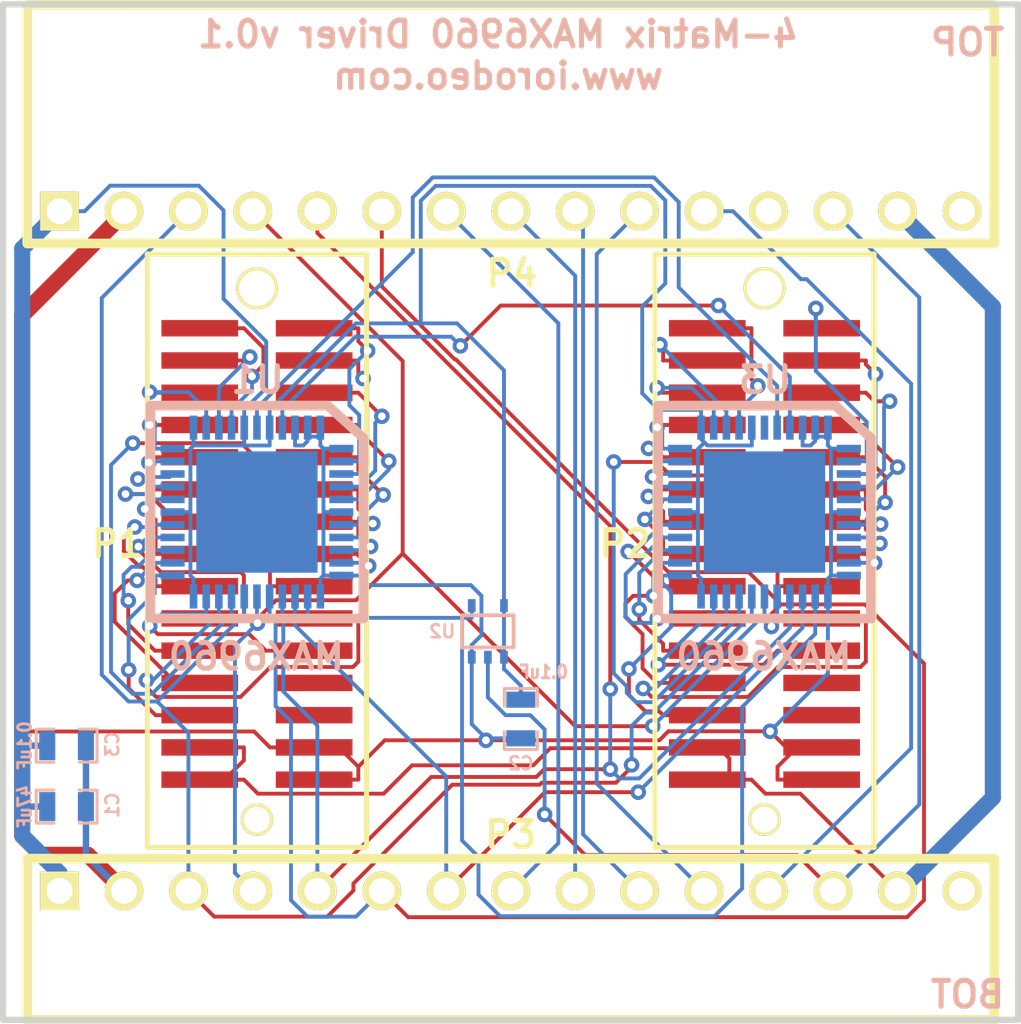
<source format=kicad_pcb>
(kicad_pcb (version 3) (host pcbnew "(2013-mar-13)-testing")

  (general
    (links 116)
    (no_connects 0)
    (area 49.874999 49.679099 90.125001 90.342901)
    (thickness 1.6)
    (drawings 7)
    (tracks 714)
    (zones 0)
    (modules 10)
    (nets 74)
  )

  (page A4)
  (layers
    (15 F.Cu signal)
    (0 B.Cu signal)
    (16 B.Adhes user)
    (17 F.Adhes user)
    (18 B.Paste user)
    (19 F.Paste user)
    (20 B.SilkS user)
    (21 F.SilkS user)
    (22 B.Mask user)
    (23 F.Mask user)
    (24 Dwgs.User user)
    (25 Cmts.User user)
    (26 Eco1.User user)
    (27 Eco2.User user)
    (28 Edge.Cuts user)
  )

  (setup
    (last_trace_width 0.1524)
    (trace_clearance 0.1524)
    (zone_clearance 0.127)
    (zone_45_only no)
    (trace_min 0.127)
    (segment_width 0.0254)
    (edge_width 0.25)
    (via_size 0.6096)
    (via_drill 0.3048)
    (via_min_size 0.6096)
    (via_min_drill 0.3048)
    (uvia_size 0.508)
    (uvia_drill 0.127)
    (uvias_allowed no)
    (uvia_min_size 0.508)
    (uvia_min_drill 0.127)
    (pcb_text_width 0.2032)
    (pcb_text_size 1.016 1.016)
    (mod_edge_width 0.381)
    (mod_text_size 1.5 1.5)
    (mod_text_width 0.15)
    (pad_size 2.1082 0.6604)
    (pad_drill 0)
    (pad_to_mask_clearance 0.2)
    (aux_axis_origin 0 0)
    (visible_elements FFFFFF7F)
    (pcbplotparams
      (layerselection 284196865)
      (usegerberextensions true)
      (excludeedgelayer true)
      (linewidth 0.150000)
      (plotframeref false)
      (viasonmask false)
      (mode 1)
      (useauxorigin false)
      (hpglpennumber 1)
      (hpglpenspeed 20)
      (hpglpendiameter 15)
      (hpglpenoverlay 2)
      (psnegative false)
      (psa4output false)
      (plotreference true)
      (plotvalue true)
      (plotothertext true)
      (plotinvisibletext false)
      (padsonsilk false)
      (subtractmaskfromsilk false)
      (outputformat 1)
      (mirror false)
      (drillshape 0)
      (scaleselection 1)
      (outputdirectory gerber_v0p1/))
  )

  (net 0 "")
  (net 1 /ADDCLK)
  (net 2 /ADDOUT_A)
  (net 3 /CLK)
  (net 4 /COL_A1)
  (net 5 /COL_A10)
  (net 6 /COL_A11)
  (net 7 /COL_A12)
  (net 8 /COL_A13)
  (net 9 /COL_A14)
  (net 10 /COL_A15)
  (net 11 /COL_A16)
  (net 12 /COL_A2)
  (net 13 /COL_A3)
  (net 14 /COL_A4)
  (net 15 /COL_A5)
  (net 16 /COL_A6)
  (net 17 /COL_A7)
  (net 18 /COL_A8)
  (net 19 /COL_A9)
  (net 20 /COL_B1)
  (net 21 /COL_B10)
  (net 22 /COL_B11)
  (net 23 /COL_B12)
  (net 24 /COL_B13)
  (net 25 /COL_B14)
  (net 26 /COL_B15)
  (net 27 /COL_B16)
  (net 28 /COL_B2)
  (net 29 /COL_B3)
  (net 30 /COL_B4)
  (net 31 /COL_B5)
  (net 32 /COL_B6)
  (net 33 /COL_B7)
  (net 34 /COL_B8)
  (net 35 /COL_B9)
  (net 36 /CS1)
  (net 37 /CS2)
  (net 38 /CS3)
  (net 39 /CS4)
  (net 40 /CS5)
  (net 41 /CS6)
  (net 42 /MISO)
  (net 43 /MOSI)
  (net 44 /OSC)
  (net 45 /OSC_BUF)
  (net 46 /ROW_A1)
  (net 47 /ROW_A2)
  (net 48 /ROW_A3)
  (net 49 /ROW_A4)
  (net 50 /ROW_A5)
  (net 51 /ROW_A6)
  (net 52 /ROW_A7)
  (net 53 /ROW_A8)
  (net 54 /ROW_B1)
  (net 55 /ROW_B2)
  (net 56 /ROW_B3)
  (net 57 /ROW_B4)
  (net 58 /ROW_B5)
  (net 59 /ROW_B6)
  (net 60 /ROW_B7)
  (net 61 /ROW_B8)
  (net 62 /RST)
  (net 63 /V+)
  (net 64 /VAUX)
  (net 65 GND)
  (net 66 N-0000051)
  (net 67 N-0000053)
  (net 68 N-0000058)
  (net 69 N-0000059)
  (net 70 N-0000060)
  (net 71 N-0000061)
  (net 72 N-0000063)
  (net 73 N-0000072)

  (net_class Default "This is the default net class."
    (clearance 0.1524)
    (trace_width 0.1524)
    (via_dia 0.6096)
    (via_drill 0.3048)
    (uvia_dia 0.508)
    (uvia_drill 0.127)
    (add_net "")
    (add_net /ADDCLK)
    (add_net /ADDOUT_A)
    (add_net /CLK)
    (add_net /COL_A1)
    (add_net /COL_A10)
    (add_net /COL_A11)
    (add_net /COL_A12)
    (add_net /COL_A13)
    (add_net /COL_A14)
    (add_net /COL_A15)
    (add_net /COL_A16)
    (add_net /COL_A2)
    (add_net /COL_A3)
    (add_net /COL_A4)
    (add_net /COL_A5)
    (add_net /COL_A6)
    (add_net /COL_A7)
    (add_net /COL_A8)
    (add_net /COL_A9)
    (add_net /COL_B1)
    (add_net /COL_B10)
    (add_net /COL_B11)
    (add_net /COL_B12)
    (add_net /COL_B13)
    (add_net /COL_B14)
    (add_net /COL_B15)
    (add_net /COL_B16)
    (add_net /COL_B2)
    (add_net /COL_B3)
    (add_net /COL_B4)
    (add_net /COL_B5)
    (add_net /COL_B6)
    (add_net /COL_B7)
    (add_net /COL_B8)
    (add_net /COL_B9)
    (add_net /CS1)
    (add_net /CS2)
    (add_net /CS3)
    (add_net /CS4)
    (add_net /CS5)
    (add_net /CS6)
    (add_net /MISO)
    (add_net /MOSI)
    (add_net /OSC)
    (add_net /OSC_BUF)
    (add_net /ROW_A1)
    (add_net /ROW_A2)
    (add_net /ROW_A3)
    (add_net /ROW_A4)
    (add_net /ROW_A5)
    (add_net /ROW_A6)
    (add_net /ROW_A7)
    (add_net /ROW_A8)
    (add_net /ROW_B1)
    (add_net /ROW_B2)
    (add_net /ROW_B3)
    (add_net /ROW_B4)
    (add_net /ROW_B5)
    (add_net /ROW_B6)
    (add_net /ROW_B7)
    (add_net /ROW_B8)
    (add_net /RST)
    (add_net /V+)
    (add_net /VAUX)
    (add_net GND)
    (add_net N-0000051)
    (add_net N-0000053)
    (add_net N-0000058)
    (add_net N-0000059)
    (add_net N-0000060)
    (add_net N-0000061)
    (add_net N-0000063)
    (add_net N-0000072)
  )

  (module T4477-3 (layer B.Cu) (tedit 516727B7) (tstamp 51FFC6AE)
    (at 60 70 180)
    (path /516112AF)
    (fp_text reference U1 (at -0.0254 5.207 180) (layer B.SilkS)
      (effects (font (size 1.016 1.016) (thickness 0.2032)) (justify mirror))
    )
    (fp_text value MAX6960 (at 0.0254 -5.6896 180) (layer B.SilkS)
      (effects (font (size 1.016 1.016) (thickness 0.2032)) (justify mirror))
    )
    (fp_line (start -4.191 2.921) (end -4.191 -4.191) (layer B.SilkS) (width 0.381))
    (fp_line (start -4.191 -4.191) (end 4.191 -4.191) (layer B.SilkS) (width 0.381))
    (fp_line (start 4.191 -4.191) (end 4.191 4.191) (layer B.SilkS) (width 0.381))
    (fp_line (start 4.191 4.191) (end -2.794 4.191) (layer B.SilkS) (width 0.381))
    (fp_line (start -2.794 4.191) (end -4.191 2.921) (layer B.SilkS) (width 0.381))
    (pad 1 smd rect (at -3.32486 2.49936 180) (size 0.94996 0.29972)
      (layers B.Cu B.Paste B.Mask)
      (net 65 GND)
    )
    (pad 2 smd rect (at -3.32486 1.99898 180) (size 0.94996 0.29972)
      (layers B.Cu B.Paste B.Mask)
      (net 46 /ROW_A1)
    )
    (pad 3 smd rect (at -3.32486 1.50114 180) (size 0.94996 0.29972)
      (layers B.Cu B.Paste B.Mask)
      (net 47 /ROW_A2)
    )
    (pad 4 smd rect (at -3.32486 1.00076 180) (size 0.94996 0.29972)
      (layers B.Cu B.Paste B.Mask)
      (net 48 /ROW_A3)
    )
    (pad 5 smd rect (at -3.32486 0.50038 180) (size 0.94996 0.29972)
      (layers B.Cu B.Paste B.Mask)
      (net 49 /ROW_A4)
    )
    (pad 6 smd rect (at -3.32486 0 180) (size 0.94996 0.29972)
      (layers B.Cu B.Paste B.Mask)
      (net 65 GND)
    )
    (pad 7 smd rect (at -3.32486 -0.50038 180) (size 0.94996 0.29972)
      (layers B.Cu B.Paste B.Mask)
      (net 50 /ROW_A5)
    )
    (pad 8 smd rect (at -3.32486 -1.00076 180) (size 0.94996 0.29972)
      (layers B.Cu B.Paste B.Mask)
      (net 51 /ROW_A6)
    )
    (pad 9 smd rect (at -3.32486 -1.50114 180) (size 0.94996 0.29972)
      (layers B.Cu B.Paste B.Mask)
      (net 52 /ROW_A7)
    )
    (pad 10 smd rect (at -3.32486 -1.99898 180) (size 0.94996 0.29972)
      (layers B.Cu B.Paste B.Mask)
      (net 53 /ROW_A8)
    )
    (pad 11 smd rect (at -3.32486 -2.49936 180) (size 0.94996 0.29972)
      (layers B.Cu B.Paste B.Mask)
      (net 65 GND)
    )
    (pad 45 smd rect (at 0 0 180) (size 4.78028 4.78028)
      (layers B.Cu B.Paste B.Mask)
    )
    (pad 12 smd rect (at -2.49936 -3.32486 180) (size 0.29972 0.94996)
      (layers B.Cu B.Paste B.Mask)
      (net 65 GND)
    )
    (pad 13 smd rect (at -1.99898 -3.32486 180) (size 0.29972 0.94996)
      (layers B.Cu B.Paste B.Mask)
      (net 45 /OSC_BUF)
    )
    (pad 14 smd rect (at -1.50114 -3.32486 180) (size 0.29972 0.94996)
      (layers B.Cu B.Paste B.Mask)
      (net 36 /CS1)
    )
    (pad 15 smd rect (at -1.00076 -3.32486 180) (size 0.29972 0.94996)
      (layers B.Cu B.Paste B.Mask)
      (net 43 /MOSI)
    )
    (pad 16 smd rect (at -0.50038 -3.32486 180) (size 0.29972 0.94996)
      (layers B.Cu B.Paste B.Mask)
      (net 42 /MISO)
    )
    (pad 17 smd rect (at 0 -3.32486 180) (size 0.29972 0.94996)
      (layers B.Cu B.Paste B.Mask)
      (net 3 /CLK)
    )
    (pad 18 smd rect (at 0.50038 -3.32486 180) (size 0.29972 0.94996)
      (layers B.Cu B.Paste B.Mask)
      (net 62 /RST)
    )
    (pad 19 smd rect (at 1.00076 -3.32486 180) (size 0.29972 0.94996)
      (layers B.Cu B.Paste B.Mask)
      (net 4 /COL_A1)
    )
    (pad 20 smd rect (at 1.50114 -3.32486 180) (size 0.29972 0.94996)
      (layers B.Cu B.Paste B.Mask)
      (net 12 /COL_A2)
    )
    (pad 21 smd rect (at 1.99898 -3.32486 180) (size 0.29972 0.94996)
      (layers B.Cu B.Paste B.Mask)
      (net 13 /COL_A3)
    )
    (pad 22 smd rect (at 2.49936 -3.32486 180) (size 0.29972 0.94996)
      (layers B.Cu B.Paste B.Mask)
      (net 63 /V+)
    )
    (pad 23 smd rect (at 3.32486 -2.49936 180) (size 0.94996 0.29972)
      (layers B.Cu B.Paste B.Mask)
      (net 14 /COL_A4)
    )
    (pad 24 smd rect (at 3.32486 -1.99898 180) (size 0.94996 0.29972)
      (layers B.Cu B.Paste B.Mask)
      (net 15 /COL_A5)
    )
    (pad 25 smd rect (at 3.32486 -1.50114 180) (size 0.94996 0.29972)
      (layers B.Cu B.Paste B.Mask)
      (net 16 /COL_A6)
    )
    (pad 26 smd rect (at 3.32486 -1.00076 180) (size 0.94996 0.29972)
      (layers B.Cu B.Paste B.Mask)
      (net 17 /COL_A7)
    )
    (pad 27 smd rect (at 3.32486 -0.50038 180) (size 0.94996 0.29972)
      (layers B.Cu B.Paste B.Mask)
      (net 18 /COL_A8)
    )
    (pad 28 smd rect (at 3.32486 0 180) (size 0.94996 0.29972)
      (layers B.Cu B.Paste B.Mask)
      (net 63 /V+)
    )
    (pad 29 smd rect (at 3.32486 0.50038 180) (size 0.94996 0.29972)
      (layers B.Cu B.Paste B.Mask)
      (net 19 /COL_A9)
    )
    (pad 30 smd rect (at 3.32486 1.00076 180) (size 0.94996 0.29972)
      (layers B.Cu B.Paste B.Mask)
      (net 5 /COL_A10)
    )
    (pad 31 smd rect (at 3.32486 1.50114 180) (size 0.94996 0.29972)
      (layers B.Cu B.Paste B.Mask)
      (net 6 /COL_A11)
    )
    (pad 32 smd rect (at 3.32486 1.99898 180) (size 0.94996 0.29972)
      (layers B.Cu B.Paste B.Mask)
      (net 7 /COL_A12)
    )
    (pad 33 smd rect (at 3.32486 2.49936 180) (size 0.94996 0.29972)
      (layers B.Cu B.Paste B.Mask)
      (net 8 /COL_A13)
    )
    (pad 34 smd rect (at 2.49936 3.32486 180) (size 0.29972 0.94996)
      (layers B.Cu B.Paste B.Mask)
      (net 63 /V+)
    )
    (pad 35 smd rect (at 1.99898 3.32486 180) (size 0.29972 0.94996)
      (layers B.Cu B.Paste B.Mask)
      (net 9 /COL_A14)
    )
    (pad 36 smd rect (at 1.50114 3.32486 180) (size 0.29972 0.94996)
      (layers B.Cu B.Paste B.Mask)
      (net 10 /COL_A15)
    )
    (pad 37 smd rect (at 1.00076 3.32486 180) (size 0.29972 0.94996)
      (layers B.Cu B.Paste B.Mask)
      (net 11 /COL_A16)
    )
    (pad 38 smd rect (at 0.50038 3.32486 180) (size 0.29972 0.94996)
      (layers B.Cu B.Paste B.Mask)
      (net 63 /V+)
    )
    (pad 39 smd rect (at 0 3.32486 180) (size 0.29972 0.94996)
      (layers B.Cu B.Paste B.Mask)
      (net 2 /ADDOUT_A)
    )
    (pad 40 smd rect (at -0.50038 3.32486 180) (size 0.29972 0.94996)
      (layers B.Cu B.Paste B.Mask)
      (net 63 /V+)
    )
    (pad 41 smd rect (at -1.00076 3.32486 180) (size 0.29972 0.94996)
      (layers B.Cu B.Paste B.Mask)
      (net 1 /ADDCLK)
    )
    (pad 42 smd rect (at -1.50114 3.32486 180) (size 0.29972 0.94996)
      (layers B.Cu B.Paste B.Mask)
      (net 65 GND)
    )
    (pad 43 smd rect (at -1.99898 3.32486 180) (size 0.29972 0.94996)
      (layers B.Cu B.Paste B.Mask)
      (net 65 GND)
    )
    (pad 44 smd rect (at -2.49936 3.32486 180) (size 0.29972 0.94996)
      (layers B.Cu B.Paste B.Mask)
      (net 65 GND)
    )
  )

  (module SOT353 (layer B.Cu) (tedit 52001D6D) (tstamp 51FFC6BB)
    (at 69.1 74.7 90)
    (descr SOT353)
    (path /51F2B1B1)
    (attr smd)
    (fp_text reference U2 (at 0 -1.8 360) (layer B.SilkS)
      (effects (font (size 0.508 0.508) (thickness 0.1016)) (justify mirror))
    )
    (fp_text value 74AHC1G126 (at 0.09906 0 360) (layer B.SilkS) hide
      (effects (font (size 0.762 0.635) (thickness 0.127)) (justify mirror))
    )
    (fp_line (start 0.635 -1.016) (end 0.635 1.016) (layer B.SilkS) (width 0.1524))
    (fp_line (start 0.635 1.016) (end -0.635 1.016) (layer B.SilkS) (width 0.1524))
    (fp_line (start -0.635 1.016) (end -0.635 -1.016) (layer B.SilkS) (width 0.1524))
    (fp_line (start -0.635 -1.016) (end 0.635 -1.016) (layer B.SilkS) (width 0.1524))
    (pad 1 smd rect (at -1.016 0.635 90) (size 0.508 0.3048)
      (layers B.Cu B.Paste B.Mask)
      (net 63 /V+)
    )
    (pad 3 smd rect (at -1.016 -0.635 90) (size 0.508 0.3048)
      (layers B.Cu B.Paste B.Mask)
      (net 65 GND)
    )
    (pad 5 smd rect (at 1.016 0.635 90) (size 0.508 0.3048)
      (layers B.Cu B.Paste B.Mask)
      (net 63 /V+)
    )
    (pad 2 smd rect (at -1.016 0 90) (size 0.508 0.3048)
      (layers B.Cu B.Paste B.Mask)
      (net 44 /OSC)
    )
    (pad 4 smd rect (at 1.016 -0.635 90) (size 0.508 0.3048)
      (layers B.Cu B.Paste B.Mask)
      (net 45 /OSC_BUF)
    )
    (model smd/SOT23_5.wrl
      (at (xyz 0 0 0))
      (scale (xyz 0.07000000000000001 0.09 0.08))
      (rotate (xyz 0 0 90))
    )
  )

  (module T4477-3 (layer B.Cu) (tedit 516727B7) (tstamp 51FFC6F1)
    (at 80 70 180)
    (path /51F292FC)
    (fp_text reference U3 (at -0.0254 5.207 180) (layer B.SilkS)
      (effects (font (size 1.016 1.016) (thickness 0.2032)) (justify mirror))
    )
    (fp_text value MAX6960 (at 0.0254 -5.6896 180) (layer B.SilkS)
      (effects (font (size 1.016 1.016) (thickness 0.2032)) (justify mirror))
    )
    (fp_line (start -4.191 2.921) (end -4.191 -4.191) (layer B.SilkS) (width 0.381))
    (fp_line (start -4.191 -4.191) (end 4.191 -4.191) (layer B.SilkS) (width 0.381))
    (fp_line (start 4.191 -4.191) (end 4.191 4.191) (layer B.SilkS) (width 0.381))
    (fp_line (start 4.191 4.191) (end -2.794 4.191) (layer B.SilkS) (width 0.381))
    (fp_line (start -2.794 4.191) (end -4.191 2.921) (layer B.SilkS) (width 0.381))
    (pad 1 smd rect (at -3.32486 2.49936 180) (size 0.94996 0.29972)
      (layers B.Cu B.Paste B.Mask)
      (net 65 GND)
    )
    (pad 2 smd rect (at -3.32486 1.99898 180) (size 0.94996 0.29972)
      (layers B.Cu B.Paste B.Mask)
      (net 54 /ROW_B1)
    )
    (pad 3 smd rect (at -3.32486 1.50114 180) (size 0.94996 0.29972)
      (layers B.Cu B.Paste B.Mask)
      (net 55 /ROW_B2)
    )
    (pad 4 smd rect (at -3.32486 1.00076 180) (size 0.94996 0.29972)
      (layers B.Cu B.Paste B.Mask)
      (net 56 /ROW_B3)
    )
    (pad 5 smd rect (at -3.32486 0.50038 180) (size 0.94996 0.29972)
      (layers B.Cu B.Paste B.Mask)
      (net 57 /ROW_B4)
    )
    (pad 6 smd rect (at -3.32486 0 180) (size 0.94996 0.29972)
      (layers B.Cu B.Paste B.Mask)
      (net 65 GND)
    )
    (pad 7 smd rect (at -3.32486 -0.50038 180) (size 0.94996 0.29972)
      (layers B.Cu B.Paste B.Mask)
      (net 58 /ROW_B5)
    )
    (pad 8 smd rect (at -3.32486 -1.00076 180) (size 0.94996 0.29972)
      (layers B.Cu B.Paste B.Mask)
      (net 59 /ROW_B6)
    )
    (pad 9 smd rect (at -3.32486 -1.50114 180) (size 0.94996 0.29972)
      (layers B.Cu B.Paste B.Mask)
      (net 60 /ROW_B7)
    )
    (pad 10 smd rect (at -3.32486 -1.99898 180) (size 0.94996 0.29972)
      (layers B.Cu B.Paste B.Mask)
      (net 61 /ROW_B8)
    )
    (pad 11 smd rect (at -3.32486 -2.49936 180) (size 0.94996 0.29972)
      (layers B.Cu B.Paste B.Mask)
      (net 65 GND)
    )
    (pad 45 smd rect (at 0 0 180) (size 4.78028 4.78028)
      (layers B.Cu B.Paste B.Mask)
    )
    (pad 12 smd rect (at -2.49936 -3.32486 180) (size 0.29972 0.94996)
      (layers B.Cu B.Paste B.Mask)
      (net 65 GND)
    )
    (pad 13 smd rect (at -1.99898 -3.32486 180) (size 0.29972 0.94996)
      (layers B.Cu B.Paste B.Mask)
      (net 45 /OSC_BUF)
    )
    (pad 14 smd rect (at -1.50114 -3.32486 180) (size 0.29972 0.94996)
      (layers B.Cu B.Paste B.Mask)
      (net 36 /CS1)
    )
    (pad 15 smd rect (at -1.00076 -3.32486 180) (size 0.29972 0.94996)
      (layers B.Cu B.Paste B.Mask)
      (net 43 /MOSI)
    )
    (pad 16 smd rect (at -0.50038 -3.32486 180) (size 0.29972 0.94996)
      (layers B.Cu B.Paste B.Mask)
      (net 42 /MISO)
    )
    (pad 17 smd rect (at 0 -3.32486 180) (size 0.29972 0.94996)
      (layers B.Cu B.Paste B.Mask)
      (net 3 /CLK)
    )
    (pad 18 smd rect (at 0.50038 -3.32486 180) (size 0.29972 0.94996)
      (layers B.Cu B.Paste B.Mask)
      (net 62 /RST)
    )
    (pad 19 smd rect (at 1.00076 -3.32486 180) (size 0.29972 0.94996)
      (layers B.Cu B.Paste B.Mask)
      (net 20 /COL_B1)
    )
    (pad 20 smd rect (at 1.50114 -3.32486 180) (size 0.29972 0.94996)
      (layers B.Cu B.Paste B.Mask)
      (net 28 /COL_B2)
    )
    (pad 21 smd rect (at 1.99898 -3.32486 180) (size 0.29972 0.94996)
      (layers B.Cu B.Paste B.Mask)
      (net 29 /COL_B3)
    )
    (pad 22 smd rect (at 2.49936 -3.32486 180) (size 0.29972 0.94996)
      (layers B.Cu B.Paste B.Mask)
      (net 63 /V+)
    )
    (pad 23 smd rect (at 3.32486 -2.49936 180) (size 0.94996 0.29972)
      (layers B.Cu B.Paste B.Mask)
      (net 30 /COL_B4)
    )
    (pad 24 smd rect (at 3.32486 -1.99898 180) (size 0.94996 0.29972)
      (layers B.Cu B.Paste B.Mask)
      (net 31 /COL_B5)
    )
    (pad 25 smd rect (at 3.32486 -1.50114 180) (size 0.94996 0.29972)
      (layers B.Cu B.Paste B.Mask)
      (net 32 /COL_B6)
    )
    (pad 26 smd rect (at 3.32486 -1.00076 180) (size 0.94996 0.29972)
      (layers B.Cu B.Paste B.Mask)
      (net 33 /COL_B7)
    )
    (pad 27 smd rect (at 3.32486 -0.50038 180) (size 0.94996 0.29972)
      (layers B.Cu B.Paste B.Mask)
      (net 34 /COL_B8)
    )
    (pad 28 smd rect (at 3.32486 0 180) (size 0.94996 0.29972)
      (layers B.Cu B.Paste B.Mask)
      (net 63 /V+)
    )
    (pad 29 smd rect (at 3.32486 0.50038 180) (size 0.94996 0.29972)
      (layers B.Cu B.Paste B.Mask)
      (net 35 /COL_B9)
    )
    (pad 30 smd rect (at 3.32486 1.00076 180) (size 0.94996 0.29972)
      (layers B.Cu B.Paste B.Mask)
      (net 21 /COL_B10)
    )
    (pad 31 smd rect (at 3.32486 1.50114 180) (size 0.94996 0.29972)
      (layers B.Cu B.Paste B.Mask)
      (net 22 /COL_B11)
    )
    (pad 32 smd rect (at 3.32486 1.99898 180) (size 0.94996 0.29972)
      (layers B.Cu B.Paste B.Mask)
      (net 23 /COL_B12)
    )
    (pad 33 smd rect (at 3.32486 2.49936 180) (size 0.94996 0.29972)
      (layers B.Cu B.Paste B.Mask)
      (net 24 /COL_B13)
    )
    (pad 34 smd rect (at 2.49936 3.32486 180) (size 0.29972 0.94996)
      (layers B.Cu B.Paste B.Mask)
      (net 63 /V+)
    )
    (pad 35 smd rect (at 1.99898 3.32486 180) (size 0.29972 0.94996)
      (layers B.Cu B.Paste B.Mask)
      (net 25 /COL_B14)
    )
    (pad 36 smd rect (at 1.50114 3.32486 180) (size 0.29972 0.94996)
      (layers B.Cu B.Paste B.Mask)
      (net 26 /COL_B15)
    )
    (pad 37 smd rect (at 1.00076 3.32486 180) (size 0.29972 0.94996)
      (layers B.Cu B.Paste B.Mask)
      (net 27 /COL_B16)
    )
    (pad 38 smd rect (at 0.50038 3.32486 180) (size 0.29972 0.94996)
      (layers B.Cu B.Paste B.Mask)
      (net 63 /V+)
    )
    (pad 39 smd rect (at 0 3.32486 180) (size 0.29972 0.94996)
      (layers B.Cu B.Paste B.Mask)
      (net 73 N-0000072)
    )
    (pad 40 smd rect (at -0.50038 3.32486 180) (size 0.29972 0.94996)
      (layers B.Cu B.Paste B.Mask)
      (net 2 /ADDOUT_A)
    )
    (pad 41 smd rect (at -1.00076 3.32486 180) (size 0.29972 0.94996)
      (layers B.Cu B.Paste B.Mask)
      (net 1 /ADDCLK)
    )
    (pad 42 smd rect (at -1.50114 3.32486 180) (size 0.29972 0.94996)
      (layers B.Cu B.Paste B.Mask)
      (net 65 GND)
    )
    (pad 43 smd rect (at -1.99898 3.32486 180) (size 0.29972 0.94996)
      (layers B.Cu B.Paste B.Mask)
      (net 65 GND)
    )
    (pad 44 smd rect (at -2.49936 3.32486 180) (size 0.29972 0.94996)
      (layers B.Cu B.Paste B.Mask)
      (net 65 GND)
    )
  )

  (module HEADER_BOT (layer F.Cu) (tedit 52001C91) (tstamp 51FFF285)
    (at 70 84.92)
    (path /5200054C)
    (fp_text reference P3 (at 0 -2.22) (layer F.SilkS)
      (effects (font (size 1.016 1.016) (thickness 0.2032)))
    )
    (fp_text value CONN15 (at 9.906 3.048) (layer F.SilkS) hide
      (effects (font (thickness 0.3048)))
    )
    (fp_line (start 19.05 5.08) (end 19.05 -1.27) (layer F.SilkS) (width 0.381))
    (fp_line (start 15.367 5.08) (end 19.05 5.08) (layer F.SilkS) (width 0.381))
    (fp_line (start 15.367 -1.27) (end 18.923 -1.27) (layer F.SilkS) (width 0.381))
    (fp_line (start 18.923 -1.27) (end 19.05 -1.27) (layer F.SilkS) (width 0.381))
    (fp_line (start -15.24 -1.27) (end -19.05 -1.27) (layer F.SilkS) (width 0.381))
    (fp_line (start -19.05 -1.27) (end -19.05 5.08) (layer F.SilkS) (width 0.381))
    (fp_line (start -19.05 5.08) (end -13.97 5.08) (layer F.SilkS) (width 0.381))
    (fp_line (start -15.24 -1.27) (end 15.24 -1.27) (layer F.SilkS) (width 0.381))
    (fp_line (start -15.24 5.08) (end 15.24 5.08) (layer F.SilkS) (width 0.381))
    (pad 1 thru_hole rect (at -17.78 0) (size 1.524 1.524) (drill 1.016)
      (layers *.Cu *.Mask F.SilkS)
      (net 63 /V+)
    )
    (pad 2 thru_hole circle (at -15.24 0) (size 1.524 1.524) (drill 1.016)
      (layers *.Cu *.Mask F.SilkS)
      (net 65 GND)
    )
    (pad 3 thru_hole circle (at -12.7 0) (size 1.524 1.524) (drill 1.016)
      (layers *.Cu *.Mask F.SilkS)
      (net 62 /RST)
    )
    (pad 4 thru_hole circle (at -10.16 0) (size 1.524 1.524) (drill 1.016)
      (layers *.Cu *.Mask F.SilkS)
      (net 3 /CLK)
    )
    (pad 5 thru_hole circle (at -7.62 0) (size 1.524 1.524) (drill 1.016)
      (layers *.Cu *.Mask F.SilkS)
      (net 43 /MOSI)
    )
    (pad 6 thru_hole circle (at -5.08 0) (size 1.524 1.524) (drill 1.016)
      (layers *.Cu *.Mask F.SilkS)
      (net 42 /MISO)
    )
    (pad 7 thru_hole circle (at -2.54 0) (size 1.524 1.524) (drill 1.016)
      (layers *.Cu *.Mask F.SilkS)
      (net 36 /CS1)
    )
    (pad 8 thru_hole circle (at 0 0) (size 1.524 1.524) (drill 1.016)
      (layers *.Cu *.Mask F.SilkS)
      (net 37 /CS2)
    )
    (pad 9 thru_hole circle (at 2.54 0) (size 1.524 1.524) (drill 1.016)
      (layers *.Cu *.Mask F.SilkS)
      (net 38 /CS3)
    )
    (pad 10 thru_hole circle (at 5.08 0) (size 1.524 1.524) (drill 1.016)
      (layers *.Cu *.Mask F.SilkS)
      (net 39 /CS4)
    )
    (pad 11 thru_hole circle (at 7.62 0) (size 1.524 1.524) (drill 1.016)
      (layers *.Cu *.Mask F.SilkS)
      (net 40 /CS5)
    )
    (pad 12 thru_hole circle (at 10.16 0) (size 1.524 1.524) (drill 1.016)
      (layers *.Cu *.Mask F.SilkS)
      (net 41 /CS6)
    )
    (pad 13 thru_hole circle (at 12.7 0) (size 1.524 1.524) (drill 1.016)
      (layers *.Cu *.Mask F.SilkS)
      (net 44 /OSC)
    )
    (pad 14 thru_hole circle (at 15.24 0) (size 1.524 1.524) (drill 1.016)
      (layers *.Cu *.Mask F.SilkS)
      (net 64 /VAUX)
    )
    (pad 15 thru_hole circle (at 17.78 0) (size 1.524 1.524) (drill 1.016)
      (layers *.Cu *.Mask F.SilkS)
      (net 69 N-0000059)
    )
  )

  (module HEADER_TOP (layer F.Cu) (tedit 52001C7E) (tstamp 51FFF2A2)
    (at 70 58.15)
    (path /5200056F)
    (fp_text reference P4 (at 0.05 2.45) (layer F.SilkS)
      (effects (font (size 1.016 1.016) (thickness 0.2032)))
    )
    (fp_text value CONN15 (at 7.62 -4.572) (layer F.SilkS) hide
      (effects (font (thickness 0.3048)))
    )
    (fp_line (start 15.24 -8.128) (end 19.05 -8.128) (layer F.SilkS) (width 0.381))
    (fp_line (start 19.05 -8.128) (end 19.05 -7.366) (layer F.SilkS) (width 0.381))
    (fp_line (start -15.24 -8.128) (end -19.05 -8.128) (layer F.SilkS) (width 0.381))
    (fp_line (start -19.05 -8.128) (end -19.05 -7.62) (layer F.SilkS) (width 0.381))
    (fp_line (start -15.24 1.27) (end -19.05 1.27) (layer F.SilkS) (width 0.381))
    (fp_line (start -19.05 1.27) (end -19.05 -7.62) (layer F.SilkS) (width 0.381))
    (fp_line (start 15.24 1.27) (end 19.05 1.27) (layer F.SilkS) (width 0.381))
    (fp_line (start 19.05 1.27) (end 19.05 -7.62) (layer F.SilkS) (width 0.381))
    (fp_line (start 15.24 1.27) (end -15.24 1.27) (layer F.SilkS) (width 0.381))
    (fp_line (start -15.24 -8.128) (end 15.24 -8.128) (layer F.SilkS) (width 0.381))
    (pad 1 thru_hole rect (at -17.78 0) (size 1.524 1.524) (drill 1.016)
      (layers *.Cu *.Mask F.SilkS)
      (net 63 /V+)
    )
    (pad 2 thru_hole circle (at -15.24 0) (size 1.524 1.524) (drill 1.016)
      (layers *.Cu *.Mask F.SilkS)
      (net 65 GND)
    )
    (pad 3 thru_hole circle (at -12.7 0) (size 1.524 1.524) (drill 1.016)
      (layers *.Cu *.Mask F.SilkS)
      (net 62 /RST)
    )
    (pad 4 thru_hole circle (at -10.16 0) (size 1.524 1.524) (drill 1.016)
      (layers *.Cu *.Mask F.SilkS)
      (net 3 /CLK)
    )
    (pad 5 thru_hole circle (at -7.62 0) (size 1.524 1.524) (drill 1.016)
      (layers *.Cu *.Mask F.SilkS)
      (net 43 /MOSI)
    )
    (pad 6 thru_hole circle (at -5.08 0) (size 1.524 1.524) (drill 1.016)
      (layers *.Cu *.Mask F.SilkS)
      (net 42 /MISO)
    )
    (pad 7 thru_hole circle (at -2.54 0) (size 1.524 1.524) (drill 1.016)
      (layers *.Cu *.Mask F.SilkS)
      (net 37 /CS2)
    )
    (pad 8 thru_hole circle (at 0 0) (size 1.524 1.524) (drill 1.016)
      (layers *.Cu *.Mask F.SilkS)
      (net 38 /CS3)
    )
    (pad 9 thru_hole circle (at 2.54 0) (size 1.524 1.524) (drill 1.016)
      (layers *.Cu *.Mask F.SilkS)
      (net 39 /CS4)
    )
    (pad 10 thru_hole circle (at 5.08 0) (size 1.524 1.524) (drill 1.016)
      (layers *.Cu *.Mask F.SilkS)
      (net 40 /CS5)
    )
    (pad 11 thru_hole circle (at 7.62 0) (size 1.524 1.524) (drill 1.016)
      (layers *.Cu *.Mask F.SilkS)
      (net 41 /CS6)
    )
    (pad 12 thru_hole circle (at 10.16 0) (size 1.524 1.524) (drill 1.016)
      (layers *.Cu *.Mask F.SilkS)
      (net 72 N-0000063)
    )
    (pad 13 thru_hole circle (at 12.7 0) (size 1.524 1.524) (drill 1.016)
      (layers *.Cu *.Mask F.SilkS)
      (net 44 /OSC)
    )
    (pad 14 thru_hole circle (at 15.24 0) (size 1.524 1.524) (drill 1.016)
      (layers *.Cu *.Mask F.SilkS)
      (net 64 /VAUX)
    )
    (pad 15 thru_hole circle (at 17.78 0) (size 1.524 1.524) (drill 1.016)
      (layers *.Cu *.Mask F.SilkS)
      (net 70 N-0000060)
    )
  )

  (module SM0603_Capa (layer B.Cu) (tedit 52001D33) (tstamp 5200084B)
    (at 52.5 81.6)
    (path /516115A2)
    (attr smd)
    (fp_text reference C1 (at 1.8 -0.05 270) (layer B.SilkS)
      (effects (font (size 0.508 0.508) (thickness 0.1016)) (justify mirror))
    )
    (fp_text value 47uF (at -1.651 0 270) (layer B.SilkS)
      (effects (font (size 0.508 0.4572) (thickness 0.1143)) (justify mirror))
    )
    (fp_line (start 0.50038 -0.65024) (end 1.19888 -0.65024) (layer B.SilkS) (width 0.11938))
    (fp_line (start -0.50038 -0.65024) (end -1.19888 -0.65024) (layer B.SilkS) (width 0.11938))
    (fp_line (start 0.50038 0.65024) (end 1.19888 0.65024) (layer B.SilkS) (width 0.11938))
    (fp_line (start -1.19888 0.65024) (end -0.50038 0.65024) (layer B.SilkS) (width 0.11938))
    (fp_line (start 1.19888 0.635) (end 1.19888 -0.635) (layer B.SilkS) (width 0.11938))
    (fp_line (start -1.19888 -0.635) (end -1.19888 0.635) (layer B.SilkS) (width 0.11938))
    (pad 1 smd rect (at -0.762 0) (size 0.635 1.143)
      (layers B.Cu B.Paste B.Mask)
      (net 63 /V+)
    )
    (pad 2 smd rect (at 0.762 0) (size 0.635 1.143)
      (layers B.Cu B.Paste B.Mask)
      (net 65 GND)
    )
    (model smd\capacitors\C0603.wrl
      (at (xyz 0 0 0.001))
      (scale (xyz 0.5 0.5 0.5))
      (rotate (xyz 0 0 0))
    )
  )

  (module SM0603_Capa (layer B.Cu) (tedit 52001D92) (tstamp 52000857)
    (at 70.4 78.15 270)
    (path /516115D7)
    (attr smd)
    (fp_text reference C2 (at 1.75 0 540) (layer B.SilkS)
      (effects (font (size 0.508 0.508) (thickness 0.1016)) (justify mirror))
    )
    (fp_text value 0.1uF (at -1.85 -0.9 540) (layer B.SilkS)
      (effects (font (size 0.508 0.4572) (thickness 0.1143)) (justify mirror))
    )
    (fp_line (start 0.50038 -0.65024) (end 1.19888 -0.65024) (layer B.SilkS) (width 0.11938))
    (fp_line (start -0.50038 -0.65024) (end -1.19888 -0.65024) (layer B.SilkS) (width 0.11938))
    (fp_line (start 0.50038 0.65024) (end 1.19888 0.65024) (layer B.SilkS) (width 0.11938))
    (fp_line (start -1.19888 0.65024) (end -0.50038 0.65024) (layer B.SilkS) (width 0.11938))
    (fp_line (start 1.19888 0.635) (end 1.19888 -0.635) (layer B.SilkS) (width 0.11938))
    (fp_line (start -1.19888 -0.635) (end -1.19888 0.635) (layer B.SilkS) (width 0.11938))
    (pad 1 smd rect (at -0.762 0 270) (size 0.635 1.143)
      (layers B.Cu B.Paste B.Mask)
      (net 63 /V+)
    )
    (pad 2 smd rect (at 0.762 0 270) (size 0.635 1.143)
      (layers B.Cu B.Paste B.Mask)
      (net 65 GND)
    )
    (model smd\capacitors\C0603.wrl
      (at (xyz 0 0 0.001))
      (scale (xyz 0.5 0.5 0.5))
      (rotate (xyz 0 0 0))
    )
  )

  (module SM0603_Capa (layer B.Cu) (tedit 52001D4F) (tstamp 52000863)
    (at 52.5 79.2)
    (path /51FFF074)
    (attr smd)
    (fp_text reference C3 (at 1.8 -0.05 270) (layer B.SilkS)
      (effects (font (size 0.508 0.508) (thickness 0.1016)) (justify mirror))
    )
    (fp_text value 0.1uF (at -1.651 0 270) (layer B.SilkS)
      (effects (font (size 0.508 0.4572) (thickness 0.1143)) (justify mirror))
    )
    (fp_line (start 0.50038 -0.65024) (end 1.19888 -0.65024) (layer B.SilkS) (width 0.11938))
    (fp_line (start -0.50038 -0.65024) (end -1.19888 -0.65024) (layer B.SilkS) (width 0.11938))
    (fp_line (start 0.50038 0.65024) (end 1.19888 0.65024) (layer B.SilkS) (width 0.11938))
    (fp_line (start -1.19888 0.65024) (end -0.50038 0.65024) (layer B.SilkS) (width 0.11938))
    (fp_line (start 1.19888 0.635) (end 1.19888 -0.635) (layer B.SilkS) (width 0.11938))
    (fp_line (start -1.19888 -0.635) (end -1.19888 0.635) (layer B.SilkS) (width 0.11938))
    (pad 1 smd rect (at -0.762 0) (size 0.635 1.143)
      (layers B.Cu B.Paste B.Mask)
      (net 63 /V+)
    )
    (pad 2 smd rect (at 0.762 0) (size 0.635 1.143)
      (layers B.Cu B.Paste B.Mask)
      (net 65 GND)
    )
    (model smd\capacitors\C0603.wrl
      (at (xyz 0 0 0.001))
      (scale (xyz 0.5 0.5 0.5))
      (rotate (xyz 0 0 0))
    )
  )

  (module SMD_PIN_ARRAY_M_0P5IN_15X2 (layer F.Cu) (tedit 520B2D12) (tstamp 520B34BB)
    (at 60 71.65)
    (path /520B1D66)
    (fp_text reference P1 (at -5.5 -0.4 180) (layer F.SilkS)
      (effects (font (size 1.016 1.016) (thickness 0.2032)))
    )
    (fp_text value CONN15X2 (at -5.334 0 90) (layer F.SilkS) hide
      (effects (font (size 1.016 1.016) (thickness 0.2032)))
    )
    (fp_line (start 0.381 11.557) (end 4.318 11.557) (layer F.SilkS) (width 0.2))
    (fp_line (start 4.318 -11.811) (end 4.318 11.557) (layer F.SilkS) (width 0.2))
    (fp_line (start 0 -11.811) (end 4.318 -11.811) (layer F.SilkS) (width 0.2))
    (fp_line (start 0 -11.811) (end -4.318 -11.811) (layer F.SilkS) (width 0.2))
    (fp_line (start -4.318 -11.811) (end -4.318 -8.3185) (layer F.SilkS) (width 0.2))
    (fp_line (start -4.318 -8.3185) (end -4.318 9.652) (layer F.SilkS) (width 0.2))
    (fp_line (start -4.318 9.652) (end -4.318 11.557) (layer F.SilkS) (width 0.2))
    (fp_line (start -4.318 11.557) (end 0.381 11.557) (layer F.SilkS) (width 0.2))
    (pad 1 smd rect (at -2.25425 -8.89) (size 3.0226 0.6477)
      (layers F.Cu F.Paste F.Mask)
      (net 11 /COL_A16)
    )
    (pad 2 smd rect (at 2.25425 -8.89) (size 3.0226 0.6477)
      (layers F.Cu F.Paste F.Mask)
      (net 46 /ROW_A1)
    )
    (pad 3 smd rect (at -2.25425 -7.62) (size 3.0226 0.6477)
      (layers F.Cu F.Paste F.Mask)
      (net 10 /COL_A15)
    )
    (pad 4 smd rect (at 2.25425 -7.62) (size 3.0226 0.6477)
      (layers F.Cu F.Paste F.Mask)
      (net 47 /ROW_A2)
    )
    (pad 5 smd rect (at -2.25425 -6.35) (size 3.0226 0.6477)
      (layers F.Cu F.Paste F.Mask)
      (net 9 /COL_A14)
    )
    (pad 6 smd rect (at 2.25425 -6.35) (size 3.0226 0.6477)
      (layers F.Cu F.Paste F.Mask)
      (net 48 /ROW_A3)
    )
    (pad 7 smd rect (at -2.25425 -5.08) (size 3.0226 0.6477)
      (layers F.Cu F.Paste F.Mask)
      (net 8 /COL_A13)
    )
    (pad 8 smd rect (at 2.25425 -5.08) (size 3.0226 0.6477)
      (layers F.Cu F.Paste F.Mask)
      (net 49 /ROW_A4)
    )
    (pad 9 smd rect (at -2.25425 -3.81) (size 3.0226 0.6477)
      (layers F.Cu F.Paste F.Mask)
      (net 7 /COL_A12)
    )
    (pad 10 smd rect (at 2.25425 -3.81) (size 3.0226 0.6477)
      (layers F.Cu F.Paste F.Mask)
      (net 50 /ROW_A5)
    )
    (pad 11 smd rect (at -2.25425 -2.54) (size 3.0226 0.6477)
      (layers F.Cu F.Paste F.Mask)
      (net 6 /COL_A11)
    )
    (pad 12 smd rect (at 2.25425 -2.54) (size 3.0226 0.6477)
      (layers F.Cu F.Paste F.Mask)
      (net 51 /ROW_A6)
    )
    (pad 13 smd rect (at -2.25425 -1.27) (size 3.0226 0.6477)
      (layers F.Cu F.Paste F.Mask)
      (net 5 /COL_A10)
    )
    (pad 14 smd rect (at 2.25425 -1.27) (size 3.0226 0.6477)
      (layers F.Cu F.Paste F.Mask)
      (net 52 /ROW_A7)
    )
    (pad 15 smd rect (at -2.25425 0) (size 3.0226 0.6477)
      (layers F.Cu F.Paste F.Mask)
      (net 19 /COL_A9)
    )
    (pad 16 smd rect (at 2.25425 0) (size 3.0226 0.6477)
      (layers F.Cu F.Paste F.Mask)
      (net 53 /ROW_A8)
    )
    (pad 17 smd rect (at -2.25425 1.27) (size 3.0226 0.6477)
      (layers F.Cu F.Paste F.Mask)
      (net 18 /COL_A8)
    )
    (pad 18 smd rect (at 2.25425 1.27) (size 3.0226 0.6477)
      (layers F.Cu F.Paste F.Mask)
      (net 4 /COL_A1)
    )
    (pad 19 smd rect (at -2.25425 2.54) (size 3.0226 0.6477)
      (layers F.Cu F.Paste F.Mask)
      (net 17 /COL_A7)
    )
    (pad 20 smd rect (at 2.25425 2.54) (size 3.0226 0.6477)
      (layers F.Cu F.Paste F.Mask)
      (net 12 /COL_A2)
    )
    (pad 21 smd rect (at -2.25425 3.81) (size 3.0226 0.6477)
      (layers F.Cu F.Paste F.Mask)
      (net 16 /COL_A6)
    )
    (pad 22 smd rect (at 2.25425 3.81) (size 3.0226 0.6477)
      (layers F.Cu F.Paste F.Mask)
      (net 13 /COL_A3)
    )
    (pad 23 smd rect (at -2.25425 5.08) (size 3.0226 0.6477)
      (layers F.Cu F.Paste F.Mask)
      (net 15 /COL_A5)
    )
    (pad 24 smd rect (at 2.25425 5.08) (size 3.0226 0.6477)
      (layers F.Cu F.Paste F.Mask)
      (net 66 N-0000051)
    )
    (pad 25 smd rect (at -2.25425 6.35) (size 3.0226 0.6477)
      (layers F.Cu F.Paste F.Mask)
      (net 14 /COL_A4)
    )
    (pad 26 smd rect (at 2.25425 6.35) (size 3.0226 0.6477)
      (layers F.Cu F.Paste F.Mask)
      (net 67 N-0000053)
    )
    (pad 27 smd rect (at -2.25425 7.62) (size 3.0226 0.6477)
      (layers F.Cu F.Paste F.Mask)
      (net 64 /VAUX)
    )
    (pad 28 smd rect (at 2.25425 7.62) (size 3.0226 0.6477)
      (layers F.Cu F.Paste F.Mask)
      (net 65 GND)
    )
    (pad 29 smd rect (at -2.25425 8.89) (size 3.0226 0.6477)
      (layers F.Cu F.Paste F.Mask)
      (net 64 /VAUX)
    )
    (pad 30 smd rect (at 2.25425 8.89) (size 3.0226 0.6477)
      (layers F.Cu F.Paste F.Mask)
      (net 65 GND)
    )
    (pad "" thru_hole circle (at 0 -10.4648) (size 1.651 1.651) (drill 1.397)
      (layers *.Cu *.Mask F.SilkS)
    )
    (pad "" thru_hole circle (at 0 10.4648) (size 1.27 1.27) (drill 1.016)
      (layers *.Cu *.Mask F.SilkS)
    )
  )

  (module SMD_PIN_ARRAY_M_0P5IN_15X2 (layer F.Cu) (tedit 520B2D0F) (tstamp 520B34E7)
    (at 80 71.65)
    (path /520B1D75)
    (fp_text reference P2 (at -5.5 -0.4 180) (layer F.SilkS)
      (effects (font (size 1.016 1.016) (thickness 0.2032)))
    )
    (fp_text value CONN15X2 (at -5.334 0 90) (layer F.SilkS) hide
      (effects (font (size 1.016 1.016) (thickness 0.2032)))
    )
    (fp_line (start 0.381 11.557) (end 4.318 11.557) (layer F.SilkS) (width 0.2))
    (fp_line (start 4.318 -11.811) (end 4.318 11.557) (layer F.SilkS) (width 0.2))
    (fp_line (start 0 -11.811) (end 4.318 -11.811) (layer F.SilkS) (width 0.2))
    (fp_line (start 0 -11.811) (end -4.318 -11.811) (layer F.SilkS) (width 0.2))
    (fp_line (start -4.318 -11.811) (end -4.318 -8.3185) (layer F.SilkS) (width 0.2))
    (fp_line (start -4.318 -8.3185) (end -4.318 9.652) (layer F.SilkS) (width 0.2))
    (fp_line (start -4.318 9.652) (end -4.318 11.557) (layer F.SilkS) (width 0.2))
    (fp_line (start -4.318 11.557) (end 0.381 11.557) (layer F.SilkS) (width 0.2))
    (pad 1 smd rect (at -2.25425 -8.89) (size 3.0226 0.6477)
      (layers F.Cu F.Paste F.Mask)
      (net 27 /COL_B16)
    )
    (pad 2 smd rect (at 2.25425 -8.89) (size 3.0226 0.6477)
      (layers F.Cu F.Paste F.Mask)
      (net 54 /ROW_B1)
    )
    (pad 3 smd rect (at -2.25425 -7.62) (size 3.0226 0.6477)
      (layers F.Cu F.Paste F.Mask)
      (net 26 /COL_B15)
    )
    (pad 4 smd rect (at 2.25425 -7.62) (size 3.0226 0.6477)
      (layers F.Cu F.Paste F.Mask)
      (net 55 /ROW_B2)
    )
    (pad 5 smd rect (at -2.25425 -6.35) (size 3.0226 0.6477)
      (layers F.Cu F.Paste F.Mask)
      (net 25 /COL_B14)
    )
    (pad 6 smd rect (at 2.25425 -6.35) (size 3.0226 0.6477)
      (layers F.Cu F.Paste F.Mask)
      (net 56 /ROW_B3)
    )
    (pad 7 smd rect (at -2.25425 -5.08) (size 3.0226 0.6477)
      (layers F.Cu F.Paste F.Mask)
      (net 24 /COL_B13)
    )
    (pad 8 smd rect (at 2.25425 -5.08) (size 3.0226 0.6477)
      (layers F.Cu F.Paste F.Mask)
      (net 57 /ROW_B4)
    )
    (pad 9 smd rect (at -2.25425 -3.81) (size 3.0226 0.6477)
      (layers F.Cu F.Paste F.Mask)
      (net 23 /COL_B12)
    )
    (pad 10 smd rect (at 2.25425 -3.81) (size 3.0226 0.6477)
      (layers F.Cu F.Paste F.Mask)
      (net 58 /ROW_B5)
    )
    (pad 11 smd rect (at -2.25425 -2.54) (size 3.0226 0.6477)
      (layers F.Cu F.Paste F.Mask)
      (net 22 /COL_B11)
    )
    (pad 12 smd rect (at 2.25425 -2.54) (size 3.0226 0.6477)
      (layers F.Cu F.Paste F.Mask)
      (net 59 /ROW_B6)
    )
    (pad 13 smd rect (at -2.25425 -1.27) (size 3.0226 0.6477)
      (layers F.Cu F.Paste F.Mask)
      (net 21 /COL_B10)
    )
    (pad 14 smd rect (at 2.25425 -1.27) (size 3.0226 0.6477)
      (layers F.Cu F.Paste F.Mask)
      (net 60 /ROW_B7)
    )
    (pad 15 smd rect (at -2.25425 0) (size 3.0226 0.6477)
      (layers F.Cu F.Paste F.Mask)
      (net 35 /COL_B9)
    )
    (pad 16 smd rect (at 2.25425 0) (size 3.0226 0.6477)
      (layers F.Cu F.Paste F.Mask)
      (net 61 /ROW_B8)
    )
    (pad 17 smd rect (at -2.25425 1.27) (size 3.0226 0.6477)
      (layers F.Cu F.Paste F.Mask)
      (net 34 /COL_B8)
    )
    (pad 18 smd rect (at 2.25425 1.27) (size 3.0226 0.6477)
      (layers F.Cu F.Paste F.Mask)
      (net 20 /COL_B1)
    )
    (pad 19 smd rect (at -2.25425 2.54) (size 3.0226 0.6477)
      (layers F.Cu F.Paste F.Mask)
      (net 33 /COL_B7)
    )
    (pad 20 smd rect (at 2.25425 2.54) (size 3.0226 0.6477)
      (layers F.Cu F.Paste F.Mask)
      (net 28 /COL_B2)
    )
    (pad 21 smd rect (at -2.25425 3.81) (size 3.0226 0.6477)
      (layers F.Cu F.Paste F.Mask)
      (net 32 /COL_B6)
    )
    (pad 22 smd rect (at 2.25425 3.81) (size 3.0226 0.6477)
      (layers F.Cu F.Paste F.Mask)
      (net 29 /COL_B3)
    )
    (pad 23 smd rect (at -2.25425 5.08) (size 3.0226 0.6477)
      (layers F.Cu F.Paste F.Mask)
      (net 31 /COL_B5)
    )
    (pad 24 smd rect (at 2.25425 5.08) (size 3.0226 0.6477)
      (layers F.Cu F.Paste F.Mask)
      (net 71 N-0000061)
    )
    (pad 25 smd rect (at -2.25425 6.35) (size 3.0226 0.6477)
      (layers F.Cu F.Paste F.Mask)
      (net 30 /COL_B4)
    )
    (pad 26 smd rect (at 2.25425 6.35) (size 3.0226 0.6477)
      (layers F.Cu F.Paste F.Mask)
      (net 68 N-0000058)
    )
    (pad 27 smd rect (at -2.25425 7.62) (size 3.0226 0.6477)
      (layers F.Cu F.Paste F.Mask)
      (net 64 /VAUX)
    )
    (pad 28 smd rect (at 2.25425 7.62) (size 3.0226 0.6477)
      (layers F.Cu F.Paste F.Mask)
      (net 65 GND)
    )
    (pad 29 smd rect (at -2.25425 8.89) (size 3.0226 0.6477)
      (layers F.Cu F.Paste F.Mask)
      (net 64 /VAUX)
    )
    (pad 30 smd rect (at 2.25425 8.89) (size 3.0226 0.6477)
      (layers F.Cu F.Paste F.Mask)
      (net 65 GND)
    )
    (pad "" thru_hole circle (at 0 -10.4648) (size 1.651 1.651) (drill 1.397)
      (layers *.Cu *.Mask F.SilkS)
    )
    (pad "" thru_hole circle (at 0 10.4648) (size 1.27 1.27) (drill 1.016)
      (layers *.Cu *.Mask F.SilkS)
    )
  )

  (gr_text "4-Matrix MAX6960 Driver v0.1\nwww.iorodeo.com" (at 69.5 52) (layer B.SilkS)
    (effects (font (size 1.016 1.016) (thickness 0.2032)) (justify mirror))
  )
  (gr_text BOT (at 88 89) (layer B.SilkS)
    (effects (font (size 1.016 1.016) (thickness 0.2032)) (justify mirror))
  )
  (gr_text TOP (at 88 51.5) (layer B.SilkS)
    (effects (font (size 1.016 1.016) (thickness 0.2032)) (justify mirror))
  )
  (gr_line (start 90 90) (end 90 50) (angle 90) (layer Edge.Cuts) (width 0.25))
  (gr_line (start 50 90) (end 90 90) (angle 90) (layer Edge.Cuts) (width 0.25))
  (gr_line (start 50 50) (end 50 90) (angle 90) (layer Edge.Cuts) (width 0.25))
  (gr_line (start 50 50) (end 90 50) (angle 90) (layer Edge.Cuts) (width 0.25))

  (via (at 78.1873 61.8655) (size 0.6096) (layers F.Cu B.Cu) (net 1))
  (via (at 68.0159 63.4542) (size 0.6096) (layers F.Cu B.Cu) (net 1))
  (segment (start 81.0008 64.679) (end 78.1873 61.8655) (width 0.1524) (layer B.Cu) (net 1))
  (segment (start 81.0008 66.6751) (end 81.0008 64.679) (width 0.1524) (layer B.Cu) (net 1))
  (segment (start 61.0008 66.6751) (end 61.0008 65.9712) (width 0.1524) (layer B.Cu) (net 1))
  (segment (start 67.655 63.0933) (end 68.0159 63.4542) (width 0.1524) (layer B.Cu) (net 1))
  (segment (start 63.8787 63.0933) (end 67.655 63.0933) (width 0.1524) (layer B.Cu) (net 1))
  (segment (start 61.0008 65.9712) (end 63.8787 63.0933) (width 0.1524) (layer B.Cu) (net 1))
  (segment (start 69.6046 61.8655) (end 68.0159 63.4542) (width 0.1524) (layer F.Cu) (net 1))
  (segment (start 78.1873 61.8655) (end 69.6046 61.8655) (width 0.1524) (layer F.Cu) (net 1))
  (segment (start 60 65.9025) (end 60 66.6751) (width 0.1524) (layer B.Cu) (net 2))
  (segment (start 66.139 59.7635) (end 60 65.9025) (width 0.1524) (layer B.Cu) (net 2))
  (segment (start 66.139 57.6067) (end 66.139 59.7635) (width 0.1524) (layer B.Cu) (net 2))
  (segment (start 66.927 56.8187) (end 66.139 57.6067) (width 0.1524) (layer B.Cu) (net 2))
  (segment (start 75.6503 56.8187) (end 66.927 56.8187) (width 0.1524) (layer B.Cu) (net 2))
  (segment (start 76.6202 57.7886) (end 75.6503 56.8187) (width 0.1524) (layer B.Cu) (net 2))
  (segment (start 76.6202 61.1514) (end 76.6202 57.7886) (width 0.1524) (layer B.Cu) (net 2))
  (segment (start 80.5004 65.0316) (end 76.6202 61.1514) (width 0.1524) (layer B.Cu) (net 2))
  (segment (start 80.5004 66.6751) (end 80.5004 65.0316) (width 0.1524) (layer B.Cu) (net 2))
  (via (at 60.0213 74.3769) (size 0.6096) (layers F.Cu B.Cu) (net 3))
  (via (at 75.5953 78.4335) (size 0.6096) (layers F.Cu B.Cu) (net 3))
  (segment (start 60 74.3556) (end 60.0213 74.3769) (width 0.1524) (layer B.Cu) (net 3))
  (segment (start 60 73.3249) (end 60 74.3556) (width 0.1524) (layer B.Cu) (net 3))
  (segment (start 59.1325 75.2657) (end 60.0213 74.3769) (width 0.1524) (layer B.Cu) (net 3))
  (segment (start 59.1325 84.2125) (end 59.1325 75.2657) (width 0.1524) (layer B.Cu) (net 3))
  (segment (start 59.84 84.92) (end 59.1325 84.2125) (width 0.1524) (layer B.Cu) (net 3))
  (segment (start 60.0214 74.3769) (end 60.0213 74.3769) (width 0.1524) (layer F.Cu) (net 3))
  (segment (start 60.0214 74.2012) (end 60.0214 74.3769) (width 0.1524) (layer F.Cu) (net 3))
  (segment (start 60.7498 73.4728) (end 60.0214 74.2012) (width 0.1524) (layer F.Cu) (net 3))
  (segment (start 63.9051 73.4728) (end 60.7498 73.4728) (width 0.1524) (layer F.Cu) (net 3))
  (segment (start 65.7432 71.6347) (end 63.9051 73.4728) (width 0.1524) (layer F.Cu) (net 3))
  (segment (start 80 73.3249) (end 80 74.0288) (width 0.1524) (layer B.Cu) (net 3))
  (segment (start 65.7432 64.0532) (end 59.84 58.15) (width 0.1524) (layer F.Cu) (net 3))
  (segment (start 65.7432 71.6347) (end 65.7432 64.0532) (width 0.1524) (layer F.Cu) (net 3))
  (segment (start 72.542 78.4335) (end 75.5953 78.4335) (width 0.1524) (layer F.Cu) (net 3))
  (segment (start 65.7432 71.6347) (end 72.542 78.4335) (width 0.1524) (layer F.Cu) (net 3))
  (segment (start 75.5953 78.4335) (end 80 74.0288) (width 0.1524) (layer B.Cu) (net 3))
  (via (at 55.107 67.2872) (size 0.6096) (layers F.Cu B.Cu) (net 4))
  (segment (start 62.2543 72.92) (end 60.5141 72.92) (width 0.1524) (layer F.Cu) (net 4))
  (segment (start 58.9992 73.3249) (end 58.9992 74.0288) (width 0.1524) (layer B.Cu) (net 4))
  (segment (start 59.3824 67.2872) (end 55.107 67.2872) (width 0.1524) (layer F.Cu) (net 4))
  (segment (start 60.5141 68.4189) (end 59.3824 67.2872) (width 0.1524) (layer F.Cu) (net 4))
  (segment (start 60.5141 72.92) (end 60.5141 68.4189) (width 0.1524) (layer F.Cu) (net 4))
  (segment (start 55.8719 77.1561) (end 58.9992 74.0288) (width 0.1524) (layer B.Cu) (net 4))
  (segment (start 55.1037 77.1561) (end 55.8719 77.1561) (width 0.1524) (layer B.Cu) (net 4))
  (segment (start 54.2496 76.302) (end 55.1037 77.1561) (width 0.1524) (layer B.Cu) (net 4))
  (segment (start 54.2496 68.1446) (end 54.2496 76.302) (width 0.1524) (layer B.Cu) (net 4))
  (segment (start 55.107 67.2872) (end 54.2496 68.1446) (width 0.1524) (layer B.Cu) (net 4))
  (via (at 54.8191 69.2912) (size 0.6096) (layers F.Cu B.Cu) (net 5))
  (segment (start 55.9079 68.9992) (end 56.6751 68.9992) (width 0.1524) (layer B.Cu) (net 5))
  (segment (start 55.6159 69.2912) (end 55.9079 68.9992) (width 0.1524) (layer B.Cu) (net 5))
  (segment (start 54.8191 69.2912) (end 55.6159 69.2912) (width 0.1524) (layer B.Cu) (net 5))
  (segment (start 55.7448 69.2912) (end 54.8191 69.2912) (width 0.1524) (layer F.Cu) (net 5))
  (segment (start 56.8336 70.38) (end 55.7448 69.2912) (width 0.1524) (layer F.Cu) (net 5))
  (segment (start 57.7458 70.38) (end 56.8336 70.38) (width 0.1524) (layer F.Cu) (net 5))
  (via (at 55.3119 68.701) (size 0.6096) (layers F.Cu B.Cu) (net 6))
  (segment (start 55.5966 68.701) (end 55.3119 68.701) (width 0.1524) (layer F.Cu) (net 6))
  (segment (start 56.0056 69.11) (end 55.5966 68.701) (width 0.1524) (layer F.Cu) (net 6))
  (segment (start 56.5537 68.6203) (end 56.6751 68.4989) (width 0.1524) (layer B.Cu) (net 6))
  (segment (start 55.3926 68.6203) (end 56.5537 68.6203) (width 0.1524) (layer B.Cu) (net 6))
  (segment (start 55.3119 68.701) (end 55.3926 68.6203) (width 0.1524) (layer B.Cu) (net 6))
  (segment (start 57.7458 69.11) (end 56.0056 69.11) (width 0.1524) (layer F.Cu) (net 6))
  (via (at 55.739 68.0498) (size 0.6096) (layers F.Cu B.Cu) (net 7))
  (segment (start 55.7958 68.0498) (end 55.739 68.0498) (width 0.1524) (layer F.Cu) (net 7))
  (segment (start 56.0056 67.84) (end 55.7958 68.0498) (width 0.1524) (layer F.Cu) (net 7))
  (segment (start 55.9224 68.0498) (end 55.9712 68.001) (width 0.1524) (layer B.Cu) (net 7))
  (segment (start 55.739 68.0498) (end 55.9224 68.0498) (width 0.1524) (layer B.Cu) (net 7))
  (segment (start 57.7458 67.84) (end 56.0056 67.84) (width 0.1524) (layer F.Cu) (net 7))
  (segment (start 56.6751 68.001) (end 55.9712 68.001) (width 0.1524) (layer B.Cu) (net 7))
  (via (at 55.7728 66.57) (size 0.6096) (layers F.Cu B.Cu) (net 8))
  (segment (start 56.6751 67.5006) (end 55.9712 67.5006) (width 0.1524) (layer B.Cu) (net 8))
  (segment (start 55.9712 66.7684) (end 55.7728 66.57) (width 0.1524) (layer B.Cu) (net 8))
  (segment (start 55.9712 67.5006) (end 55.9712 66.7684) (width 0.1524) (layer B.Cu) (net 8))
  (segment (start 57.7458 66.57) (end 55.7728 66.57) (width 0.1524) (layer F.Cu) (net 8))
  (via (at 55.7711 65.275) (size 0.6096) (layers F.Cu B.Cu) (net 9))
  (segment (start 55.9806 65.275) (end 55.7711 65.275) (width 0.1524) (layer F.Cu) (net 9))
  (segment (start 56.0056 65.3) (end 55.9806 65.275) (width 0.1524) (layer F.Cu) (net 9))
  (segment (start 57.3048 65.275) (end 58.001 65.9712) (width 0.1524) (layer B.Cu) (net 9))
  (segment (start 55.7711 65.275) (end 57.3048 65.275) (width 0.1524) (layer B.Cu) (net 9))
  (segment (start 57.7458 65.3) (end 56.0056 65.3) (width 0.1524) (layer F.Cu) (net 9))
  (segment (start 58.001 66.6751) (end 58.001 65.9712) (width 0.1524) (layer B.Cu) (net 9))
  (via (at 59.7197 63.8935) (size 0.6096) (layers F.Cu B.Cu) (net 10))
  (segment (start 57.7458 64.03) (end 59.486 64.03) (width 0.1524) (layer F.Cu) (net 10))
  (segment (start 59.5832 64.03) (end 59.7197 63.8935) (width 0.1524) (layer F.Cu) (net 10))
  (segment (start 59.486 64.03) (end 59.5832 64.03) (width 0.1524) (layer F.Cu) (net 10))
  (segment (start 58.4989 65.1143) (end 58.4989 66.6751) (width 0.1524) (layer B.Cu) (net 10))
  (segment (start 59.7197 63.8935) (end 58.4989 65.1143) (width 0.1524) (layer B.Cu) (net 10))
  (via (at 59.805 64.6559) (size 0.6096) (layers F.Cu B.Cu) (net 11))
  (segment (start 58.9992 66.6751) (end 58.9992 65.9712) (width 0.1524) (layer B.Cu) (net 11))
  (segment (start 57.7458 62.76) (end 59.486 62.76) (width 0.1524) (layer F.Cu) (net 11))
  (segment (start 60.2535 64.2074) (end 59.805 64.6559) (width 0.1524) (layer F.Cu) (net 11))
  (segment (start 60.2535 63.5275) (end 60.2535 64.2074) (width 0.1524) (layer F.Cu) (net 11))
  (segment (start 59.486 62.76) (end 60.2535 63.5275) (width 0.1524) (layer F.Cu) (net 11))
  (segment (start 59.805 65.1654) (end 58.9992 65.9712) (width 0.1524) (layer B.Cu) (net 11))
  (segment (start 59.805 64.6559) (end 59.805 65.1654) (width 0.1524) (layer B.Cu) (net 11))
  (via (at 55.6444 76.6224) (size 0.6096) (layers F.Cu B.Cu) (net 12))
  (segment (start 58.4989 73.3249) (end 58.4989 74.0288) (width 0.1524) (layer B.Cu) (net 12))
  (segment (start 62.2543 74.19) (end 63.9945 74.19) (width 0.1524) (layer F.Cu) (net 12))
  (segment (start 55.9053 76.6224) (end 55.6444 76.6224) (width 0.1524) (layer B.Cu) (net 12))
  (segment (start 58.4989 74.0288) (end 55.9053 76.6224) (width 0.1524) (layer B.Cu) (net 12))
  (segment (start 55.6444 76.8961) (end 55.6444 76.6224) (width 0.1524) (layer F.Cu) (net 12))
  (segment (start 56.0311 77.2828) (end 55.6444 76.8961) (width 0.1524) (layer F.Cu) (net 12))
  (segment (start 59.3518 77.2828) (end 56.0311 77.2828) (width 0.1524) (layer F.Cu) (net 12))
  (segment (start 60.5324 76.1022) (end 59.3518 77.2828) (width 0.1524) (layer F.Cu) (net 12))
  (segment (start 63.7838 76.1022) (end 60.5324 76.1022) (width 0.1524) (layer F.Cu) (net 12))
  (segment (start 63.9945 75.8915) (end 63.7838 76.1022) (width 0.1524) (layer F.Cu) (net 12))
  (segment (start 63.9945 74.19) (end 63.9945 75.8915) (width 0.1524) (layer F.Cu) (net 12))
  (via (at 55.7754 74.4912) (size 0.6096) (layers F.Cu B.Cu) (net 13))
  (segment (start 56.2378 74.0288) (end 55.7754 74.4912) (width 0.1524) (layer B.Cu) (net 13))
  (segment (start 58.001 74.0288) (end 56.2378 74.0288) (width 0.1524) (layer B.Cu) (net 13))
  (segment (start 56.0925 74.8083) (end 55.7754 74.4912) (width 0.1524) (layer F.Cu) (net 13))
  (segment (start 59.6978 74.8083) (end 56.0925 74.8083) (width 0.1524) (layer F.Cu) (net 13))
  (segment (start 60.3495 75.46) (end 59.6978 74.8083) (width 0.1524) (layer F.Cu) (net 13))
  (segment (start 62.2543 75.46) (end 60.3495 75.46) (width 0.1524) (layer F.Cu) (net 13))
  (segment (start 58.001 73.3249) (end 58.001 74.0288) (width 0.1524) (layer B.Cu) (net 13))
  (via (at 54.9456 76.2177) (size 0.6096) (layers F.Cu B.Cu) (net 14))
  (segment (start 54.9456 74.2289) (end 54.9456 76.2177) (width 0.1524) (layer B.Cu) (net 14))
  (segment (start 55.9712 73.2033) (end 54.9456 74.2289) (width 0.1524) (layer B.Cu) (net 14))
  (segment (start 55.9712 72.4994) (end 55.9712 73.2033) (width 0.1524) (layer B.Cu) (net 14))
  (segment (start 54.9456 76.94) (end 54.9456 76.2177) (width 0.1524) (layer F.Cu) (net 14))
  (segment (start 56.0056 78) (end 54.9456 76.94) (width 0.1524) (layer F.Cu) (net 14))
  (segment (start 56.6751 72.4994) (end 55.9712 72.4994) (width 0.1524) (layer B.Cu) (net 14))
  (segment (start 57.7458 78) (end 56.0056 78) (width 0.1524) (layer F.Cu) (net 14))
  (via (at 55.279 72.691) (size 0.6096) (layers F.Cu B.Cu) (net 15))
  (segment (start 54.9073 72.691) (end 55.279 72.691) (width 0.1524) (layer F.Cu) (net 15))
  (segment (start 54.3959 73.2024) (end 54.9073 72.691) (width 0.1524) (layer F.Cu) (net 15))
  (segment (start 54.3959 74.322) (end 54.3959 73.2024) (width 0.1524) (layer F.Cu) (net 15))
  (segment (start 56.8039 76.73) (end 54.3959 74.322) (width 0.1524) (layer F.Cu) (net 15))
  (segment (start 57.7458 76.73) (end 56.8039 76.73) (width 0.1524) (layer F.Cu) (net 15))
  (segment (start 55.971 71.999) (end 56.6751 71.999) (width 0.1524) (layer B.Cu) (net 15))
  (segment (start 55.279 72.691) (end 55.971 71.999) (width 0.1524) (layer B.Cu) (net 15))
  (via (at 54.9297 73.4891) (size 0.6096) (layers F.Cu B.Cu) (net 16))
  (segment (start 56.6751 71.5011) (end 55.9712 71.5011) (width 0.1524) (layer B.Cu) (net 16))
  (segment (start 54.7453 73.3047) (end 54.9297 73.4891) (width 0.1524) (layer B.Cu) (net 16))
  (segment (start 54.7453 72.4699) (end 54.7453 73.3047) (width 0.1524) (layer B.Cu) (net 16))
  (segment (start 55.0579 72.1573) (end 54.7453 72.4699) (width 0.1524) (layer B.Cu) (net 16))
  (segment (start 55.315 72.1573) (end 55.0579 72.1573) (width 0.1524) (layer B.Cu) (net 16))
  (segment (start 55.9712 71.5011) (end 55.315 72.1573) (width 0.1524) (layer B.Cu) (net 16))
  (segment (start 54.9297 74.4121) (end 54.9297 73.4891) (width 0.1524) (layer F.Cu) (net 16))
  (segment (start 55.9776 75.46) (end 54.9297 74.4121) (width 0.1524) (layer F.Cu) (net 16))
  (segment (start 57.7458 75.46) (end 55.9776 75.46) (width 0.1524) (layer F.Cu) (net 16))
  (via (at 55.3291 71.3602) (size 0.6096) (layers F.Cu B.Cu) (net 17))
  (segment (start 55.6885 71.0008) (end 56.6751 71.0008) (width 0.1524) (layer B.Cu) (net 17))
  (segment (start 55.3291 71.3602) (end 55.6885 71.0008) (width 0.1524) (layer B.Cu) (net 17))
  (segment (start 55.3291 71.478) (end 55.3291 71.3602) (width 0.1524) (layer F.Cu) (net 17))
  (segment (start 56.2182 72.3671) (end 55.3291 71.478) (width 0.1524) (layer F.Cu) (net 17))
  (segment (start 59.3636 72.3671) (end 56.2182 72.3671) (width 0.1524) (layer F.Cu) (net 17))
  (segment (start 59.486 72.4895) (end 59.3636 72.3671) (width 0.1524) (layer F.Cu) (net 17))
  (segment (start 59.486 74.19) (end 59.486 72.4895) (width 0.1524) (layer F.Cu) (net 17))
  (segment (start 57.7458 74.19) (end 59.486 74.19) (width 0.1524) (layer F.Cu) (net 17))
  (via (at 55.1878 70.591) (size 0.6096) (layers F.Cu B.Cu) (net 18))
  (segment (start 55.8806 70.591) (end 55.9712 70.5004) (width 0.1524) (layer B.Cu) (net 18))
  (segment (start 55.1878 70.591) (end 55.8806 70.591) (width 0.1524) (layer B.Cu) (net 18))
  (segment (start 56.6751 70.5004) (end 55.9712 70.5004) (width 0.1524) (layer B.Cu) (net 18))
  (segment (start 57.7458 72.92) (end 56.0056 72.92) (width 0.1524) (layer F.Cu) (net 18))
  (segment (start 54.7561 71.0227) (end 55.1878 70.591) (width 0.1524) (layer F.Cu) (net 18))
  (segment (start 54.7561 71.5419) (end 54.7561 71.0227) (width 0.1524) (layer F.Cu) (net 18))
  (segment (start 55.3715 72.1573) (end 54.7561 71.5419) (width 0.1524) (layer F.Cu) (net 18))
  (segment (start 55.5002 72.1573) (end 55.3715 72.1573) (width 0.1524) (layer F.Cu) (net 18))
  (segment (start 56.0056 72.6627) (end 55.5002 72.1573) (width 0.1524) (layer F.Cu) (net 18))
  (segment (start 56.0056 72.92) (end 56.0056 72.6627) (width 0.1524) (layer F.Cu) (net 18))
  (via (at 55.5769 69.8782) (size 0.6096) (layers F.Cu B.Cu) (net 19))
  (segment (start 55.9555 69.4996) (end 55.5769 69.8782) (width 0.1524) (layer B.Cu) (net 19))
  (segment (start 56.6751 69.4996) (end 55.9555 69.4996) (width 0.1524) (layer B.Cu) (net 19))
  (segment (start 57.7458 71.65) (end 56.0056 71.65) (width 0.1524) (layer F.Cu) (net 19))
  (segment (start 56.0056 70.3069) (end 55.5769 69.8782) (width 0.1524) (layer F.Cu) (net 19))
  (segment (start 56.0056 71.65) (end 56.0056 70.3069) (width 0.1524) (layer F.Cu) (net 19))
  (via (at 74.0598 68.0266) (size 0.6096) (layers F.Cu B.Cu) (net 20))
  (segment (start 82.2543 72.92) (end 80.5141 72.92) (width 0.1524) (layer F.Cu) (net 20))
  (segment (start 75.7561 68.0266) (end 74.0598 68.0266) (width 0.1524) (layer F.Cu) (net 20))
  (segment (start 76.2866 68.5571) (end 75.7561 68.0266) (width 0.1524) (layer F.Cu) (net 20))
  (segment (start 79.4167 68.5571) (end 76.2866 68.5571) (width 0.1524) (layer F.Cu) (net 20))
  (segment (start 80.5141 69.6545) (end 79.4167 68.5571) (width 0.1524) (layer F.Cu) (net 20))
  (segment (start 80.5141 72.92) (end 80.5141 69.6545) (width 0.1524) (layer F.Cu) (net 20))
  (segment (start 78.9992 74.1018) (end 78.9992 73.3249) (width 0.1524) (layer B.Cu) (net 20))
  (segment (start 75.6144 77.4866) (end 78.9992 74.1018) (width 0.1524) (layer B.Cu) (net 20))
  (segment (start 74.9397 77.4866) (end 75.6144 77.4866) (width 0.1524) (layer B.Cu) (net 20))
  (segment (start 74.5733 77.1202) (end 74.9397 77.4866) (width 0.1524) (layer B.Cu) (net 20))
  (segment (start 74.5733 76.8677) (end 74.5733 77.1202) (width 0.1524) (layer B.Cu) (net 20))
  (segment (start 74.0598 76.3542) (end 74.5733 76.8677) (width 0.1524) (layer B.Cu) (net 20))
  (segment (start 74.0598 68.0266) (end 74.0598 76.3542) (width 0.1524) (layer B.Cu) (net 20))
  (via (at 75.4194 69.3837) (size 0.6096) (layers F.Cu B.Cu) (net 21))
  (segment (start 76.6751 68.9992) (end 75.9712 68.9992) (width 0.1524) (layer B.Cu) (net 21))
  (segment (start 75.5867 69.3837) (end 75.4194 69.3837) (width 0.1524) (layer B.Cu) (net 21))
  (segment (start 75.9712 68.9992) (end 75.5867 69.3837) (width 0.1524) (layer B.Cu) (net 21))
  (segment (start 76.0056 69.9699) (end 75.4194 69.3837) (width 0.1524) (layer F.Cu) (net 21))
  (segment (start 76.0056 70.38) (end 76.0056 69.9699) (width 0.1524) (layer F.Cu) (net 21))
  (segment (start 77.7458 70.38) (end 76.0056 70.38) (width 0.1524) (layer F.Cu) (net 21))
  (via (at 75.5894 68.6147) (size 0.6096) (layers F.Cu B.Cu) (net 22))
  (segment (start 75.8554 68.6147) (end 75.5894 68.6147) (width 0.1524) (layer B.Cu) (net 22))
  (segment (start 75.9712 68.4989) (end 75.8554 68.6147) (width 0.1524) (layer B.Cu) (net 22))
  (segment (start 76.0056 69.0309) (end 75.5894 68.6147) (width 0.1524) (layer F.Cu) (net 22))
  (segment (start 76.0056 69.11) (end 76.0056 69.0309) (width 0.1524) (layer F.Cu) (net 22))
  (segment (start 77.7458 69.11) (end 76.0056 69.11) (width 0.1524) (layer F.Cu) (net 22))
  (segment (start 76.6751 68.4989) (end 75.9712 68.4989) (width 0.1524) (layer B.Cu) (net 22))
  (via (at 75.4302 67.4929) (size 0.6096) (layers F.Cu B.Cu) (net 23))
  (segment (start 77.7458 67.84) (end 76.0056 67.84) (width 0.1524) (layer F.Cu) (net 23))
  (segment (start 76.6751 68.001) (end 75.9712 68.001) (width 0.1524) (layer B.Cu) (net 23))
  (segment (start 75.4631 67.4929) (end 75.9712 68.001) (width 0.1524) (layer B.Cu) (net 23))
  (segment (start 75.4302 67.4929) (end 75.4631 67.4929) (width 0.1524) (layer B.Cu) (net 23))
  (segment (start 75.6585 67.4929) (end 75.4302 67.4929) (width 0.1524) (layer F.Cu) (net 23))
  (segment (start 76.0056 67.84) (end 75.6585 67.4929) (width 0.1524) (layer F.Cu) (net 23))
  (via (at 75.7676 66.6626) (size 0.6096) (layers F.Cu B.Cu) (net 24))
  (segment (start 76.6751 67.5006) (end 75.9712 67.5006) (width 0.1524) (layer B.Cu) (net 24))
  (segment (start 75.9712 66.8662) (end 75.7676 66.6626) (width 0.1524) (layer B.Cu) (net 24))
  (segment (start 75.9712 67.5006) (end 75.9712 66.8662) (width 0.1524) (layer B.Cu) (net 24))
  (segment (start 75.8602 66.57) (end 75.7676 66.6626) (width 0.1524) (layer F.Cu) (net 24))
  (segment (start 77.7458 66.57) (end 75.8602 66.57) (width 0.1524) (layer F.Cu) (net 24))
  (via (at 75.7698 65.1076) (size 0.6096) (layers F.Cu B.Cu) (net 25))
  (segment (start 78.001 66.6751) (end 78.001 65.9712) (width 0.1524) (layer B.Cu) (net 25))
  (segment (start 77.7458 65.3) (end 76.0056 65.3) (width 0.1524) (layer F.Cu) (net 25))
  (segment (start 77.1374 65.1076) (end 75.7698 65.1076) (width 0.1524) (layer B.Cu) (net 25))
  (segment (start 78.001 65.9712) (end 77.1374 65.1076) (width 0.1524) (layer B.Cu) (net 25))
  (segment (start 75.9622 65.3) (end 75.7698 65.1076) (width 0.1524) (layer F.Cu) (net 25))
  (segment (start 76.0056 65.3) (end 75.9622 65.3) (width 0.1524) (layer F.Cu) (net 25))
  (via (at 75.8814 63.4065) (size 0.6096) (layers F.Cu B.Cu) (net 26))
  (segment (start 78.4989 66.6751) (end 78.4989 65.9712) (width 0.1524) (layer B.Cu) (net 26))
  (segment (start 78.4461 65.9712) (end 78.4989 65.9712) (width 0.1524) (layer B.Cu) (net 26))
  (segment (start 75.8814 63.4065) (end 78.4461 65.9712) (width 0.1524) (layer B.Cu) (net 26))
  (segment (start 76.0056 63.5307) (end 75.8814 63.4065) (width 0.1524) (layer F.Cu) (net 26))
  (segment (start 76.0056 64.03) (end 76.0056 63.5307) (width 0.1524) (layer F.Cu) (net 26))
  (segment (start 77.7458 64.03) (end 76.0056 64.03) (width 0.1524) (layer F.Cu) (net 26))
  (via (at 79.7395 65.0257) (size 0.6096) (layers F.Cu B.Cu) (net 27))
  (segment (start 78.9992 66.6751) (end 78.9992 65.9712) (width 0.1524) (layer B.Cu) (net 27))
  (segment (start 79.7395 65.2309) (end 79.7395 65.0257) (width 0.1524) (layer B.Cu) (net 27))
  (segment (start 78.9992 65.9712) (end 79.7395 65.2309) (width 0.1524) (layer B.Cu) (net 27))
  (segment (start 79.486 64.7722) (end 79.7395 65.0257) (width 0.1524) (layer F.Cu) (net 27))
  (segment (start 79.486 62.76) (end 79.486 64.7722) (width 0.1524) (layer F.Cu) (net 27))
  (segment (start 77.7458 62.76) (end 79.486 62.76) (width 0.1524) (layer F.Cu) (net 27))
  (via (at 75.2208 76.946) (size 0.6096) (layers F.Cu B.Cu) (net 28))
  (segment (start 75.2208 76.9459) (end 75.2208 76.946) (width 0.1524) (layer B.Cu) (net 28))
  (segment (start 75.7011 76.9459) (end 75.2208 76.9459) (width 0.1524) (layer B.Cu) (net 28))
  (segment (start 78.4989 74.1481) (end 75.7011 76.9459) (width 0.1524) (layer B.Cu) (net 28))
  (segment (start 78.4989 73.3249) (end 78.4989 74.1481) (width 0.1524) (layer B.Cu) (net 28))
  (segment (start 75.5576 77.2828) (end 75.2208 76.946) (width 0.1524) (layer F.Cu) (net 28))
  (segment (start 79.3518 77.2828) (end 75.5576 77.2828) (width 0.1524) (layer F.Cu) (net 28))
  (segment (start 80.5324 76.1022) (end 79.3518 77.2828) (width 0.1524) (layer F.Cu) (net 28))
  (segment (start 83.7838 76.1022) (end 80.5324 76.1022) (width 0.1524) (layer F.Cu) (net 28))
  (segment (start 83.9945 75.8915) (end 83.7838 76.1022) (width 0.1524) (layer F.Cu) (net 28))
  (segment (start 83.9945 74.19) (end 83.9945 75.8915) (width 0.1524) (layer F.Cu) (net 28))
  (segment (start 82.2543 74.19) (end 83.9945 74.19) (width 0.1524) (layer F.Cu) (net 28))
  (via (at 75.8151 76.0127) (size 0.6096) (layers F.Cu B.Cu) (net 29))
  (segment (start 82.2543 75.46) (end 80.5141 75.46) (width 0.1524) (layer F.Cu) (net 29))
  (segment (start 78.001 73.3249) (end 78.001 74.0288) (width 0.1524) (layer B.Cu) (net 29))
  (segment (start 77.799 74.0288) (end 75.8151 76.0127) (width 0.1524) (layer B.Cu) (net 29))
  (segment (start 78.001 74.0288) (end 77.799 74.0288) (width 0.1524) (layer B.Cu) (net 29))
  (segment (start 79.9614 76.0127) (end 75.8151 76.0127) (width 0.1524) (layer F.Cu) (net 29))
  (segment (start 80.5141 75.46) (end 79.9614 76.0127) (width 0.1524) (layer F.Cu) (net 29))
  (via (at 74.6592 76.1791) (size 0.6096) (layers F.Cu B.Cu) (net 30))
  (segment (start 76.6751 72.4994) (end 75.9712 72.4994) (width 0.1524) (layer B.Cu) (net 30))
  (segment (start 77.7458 78) (end 76.0056 78) (width 0.1524) (layer F.Cu) (net 30))
  (segment (start 76.3231 74.5152) (end 74.6592 76.1791) (width 0.1524) (layer B.Cu) (net 30))
  (segment (start 76.3231 73.1353) (end 76.3231 74.5152) (width 0.1524) (layer B.Cu) (net 30))
  (segment (start 75.9712 72.7834) (end 76.3231 73.1353) (width 0.1524) (layer B.Cu) (net 30))
  (segment (start 75.9712 72.4994) (end 75.9712 72.7834) (width 0.1524) (layer B.Cu) (net 30))
  (segment (start 75.8574 77.8518) (end 76.0056 78) (width 0.1524) (layer F.Cu) (net 30))
  (segment (start 75.3049 77.8518) (end 75.8574 77.8518) (width 0.1524) (layer F.Cu) (net 30))
  (segment (start 74.6592 77.2061) (end 75.3049 77.8518) (width 0.1524) (layer F.Cu) (net 30))
  (segment (start 74.6592 76.1791) (end 74.6592 77.2061) (width 0.1524) (layer F.Cu) (net 30))
  (via (at 75.62 73.2987) (size 0.6096) (layers F.Cu B.Cu) (net 31))
  (segment (start 76.6751 71.999) (end 75.9712 71.999) (width 0.1524) (layer B.Cu) (net 31))
  (segment (start 77.7458 76.73) (end 76.0056 76.73) (width 0.1524) (layer F.Cu) (net 31))
  (segment (start 75.62 72.3502) (end 75.62 73.2987) (width 0.1524) (layer B.Cu) (net 31))
  (segment (start 75.9712 71.999) (end 75.62 72.3502) (width 0.1524) (layer B.Cu) (net 31))
  (segment (start 74.8263 73.2987) (end 75.62 73.2987) (width 0.1524) (layer F.Cu) (net 31))
  (segment (start 74.517 73.608) (end 74.8263 73.2987) (width 0.1524) (layer F.Cu) (net 31))
  (segment (start 74.517 74.1318) (end 74.517 73.608) (width 0.1524) (layer F.Cu) (net 31))
  (segment (start 75.1955 74.8103) (end 74.517 74.1318) (width 0.1524) (layer F.Cu) (net 31))
  (segment (start 75.1955 76.1545) (end 75.1955 74.8103) (width 0.1524) (layer F.Cu) (net 31))
  (segment (start 75.771 76.73) (end 75.1955 76.1545) (width 0.1524) (layer F.Cu) (net 31))
  (segment (start 76.0056 76.73) (end 75.771 76.73) (width 0.1524) (layer F.Cu) (net 31))
  (via (at 75.0649 73.8324) (size 0.6096) (layers F.Cu B.Cu) (net 32))
  (segment (start 77.7458 75.46) (end 76.0056 75.46) (width 0.1524) (layer F.Cu) (net 32))
  (segment (start 76.6751 71.5011) (end 75.9712 71.5011) (width 0.1524) (layer B.Cu) (net 32))
  (segment (start 75.0649 72.4074) (end 75.0649 73.8324) (width 0.1524) (layer B.Cu) (net 32))
  (segment (start 75.9712 71.5011) (end 75.0649 72.4074) (width 0.1524) (layer B.Cu) (net 32))
  (segment (start 75.0649 74.248) (end 75.0649 73.8324) (width 0.1524) (layer F.Cu) (net 32))
  (segment (start 76.0056 75.1887) (end 75.0649 74.248) (width 0.1524) (layer F.Cu) (net 32))
  (segment (start 76.0056 75.46) (end 76.0056 75.1887) (width 0.1524) (layer F.Cu) (net 32))
  (via (at 75.7737 74.2019) (size 0.6096) (layers F.Cu B.Cu) (net 33))
  (segment (start 77.7458 74.19) (end 76.0056 74.19) (width 0.1524) (layer F.Cu) (net 33))
  (segment (start 76.6751 71.0008) (end 75.9712 71.0008) (width 0.1524) (layer B.Cu) (net 33))
  (segment (start 74.5311 72.4409) (end 75.9712 71.0008) (width 0.1524) (layer B.Cu) (net 33))
  (segment (start 74.5311 74.1151) (end 74.5311 72.4409) (width 0.1524) (layer B.Cu) (net 33))
  (segment (start 74.7827 74.3667) (end 74.5311 74.1151) (width 0.1524) (layer B.Cu) (net 33))
  (segment (start 75.6089 74.3667) (end 74.7827 74.3667) (width 0.1524) (layer B.Cu) (net 33))
  (segment (start 75.7737 74.2019) (end 75.6089 74.3667) (width 0.1524) (layer B.Cu) (net 33))
  (segment (start 75.7856 74.19) (end 75.7737 74.2019) (width 0.1524) (layer F.Cu) (net 33))
  (segment (start 76.0056 74.19) (end 75.7856 74.19) (width 0.1524) (layer F.Cu) (net 33))
  (via (at 74.6274 71.5537) (size 0.6096) (layers F.Cu B.Cu) (net 34))
  (segment (start 74.6274 71.5536) (end 74.6274 71.5537) (width 0.1524) (layer B.Cu) (net 34))
  (segment (start 74.9012 71.5536) (end 74.6274 71.5536) (width 0.1524) (layer B.Cu) (net 34))
  (segment (start 75.9544 70.5004) (end 74.9012 71.5536) (width 0.1524) (layer B.Cu) (net 34))
  (segment (start 76.6751 70.5004) (end 75.9544 70.5004) (width 0.1524) (layer B.Cu) (net 34))
  (segment (start 74.6393 71.5537) (end 74.6274 71.5537) (width 0.1524) (layer F.Cu) (net 34))
  (segment (start 76.0056 72.92) (end 74.6393 71.5537) (width 0.1524) (layer F.Cu) (net 34))
  (segment (start 77.7458 72.92) (end 76.0056 72.92) (width 0.1524) (layer F.Cu) (net 34))
  (via (at 75.2852 70.2891) (size 0.6096) (layers F.Cu B.Cu) (net 35))
  (segment (start 75.9712 69.6031) (end 75.9712 69.4996) (width 0.1524) (layer B.Cu) (net 35))
  (segment (start 75.2852 70.2891) (end 75.9712 69.6031) (width 0.1524) (layer B.Cu) (net 35))
  (segment (start 76.0056 71.0095) (end 75.2852 70.2891) (width 0.1524) (layer F.Cu) (net 35))
  (segment (start 76.0056 71.65) (end 76.0056 71.0095) (width 0.1524) (layer F.Cu) (net 35))
  (segment (start 76.6751 69.4996) (end 75.9712 69.4996) (width 0.1524) (layer B.Cu) (net 35))
  (segment (start 77.7458 71.65) (end 76.0056 71.65) (width 0.1524) (layer F.Cu) (net 35))
  (via (at 75.025 81.033) (size 0.6096) (layers F.Cu B.Cu) (net 36))
  (segment (start 61.5011 74.4601) (end 61.5011 73.3249) (width 0.1524) (layer B.Cu) (net 36))
  (segment (start 67.46 80.419) (end 61.5011 74.4601) (width 0.1524) (layer B.Cu) (net 36))
  (segment (start 67.46 84.92) (end 67.46 80.419) (width 0.1524) (layer B.Cu) (net 36))
  (segment (start 71.347 81.033) (end 75.025 81.033) (width 0.1524) (layer F.Cu) (net 36))
  (segment (start 67.46 84.92) (end 71.347 81.033) (width 0.1524) (layer F.Cu) (net 36))
  (segment (start 81.5011 74.5569) (end 81.5011 74.0288) (width 0.1524) (layer B.Cu) (net 36))
  (segment (start 75.025 81.033) (end 81.5011 74.5569) (width 0.1524) (layer B.Cu) (net 36))
  (segment (start 81.5011 73.3249) (end 81.5011 74.0288) (width 0.1524) (layer B.Cu) (net 36))
  (segment (start 71.8774 83.0426) (end 70 84.92) (width 0.1524) (layer B.Cu) (net 37))
  (segment (start 71.8774 62.5674) (end 71.8774 83.0426) (width 0.1524) (layer B.Cu) (net 37))
  (segment (start 67.46 58.15) (end 71.8774 62.5674) (width 0.1524) (layer B.Cu) (net 37))
  (segment (start 72.54 60.69) (end 70 58.15) (width 0.1524) (layer B.Cu) (net 38))
  (segment (start 72.54 84.92) (end 72.54 60.69) (width 0.1524) (layer B.Cu) (net 38))
  (segment (start 72.8511 58.4611) (end 72.54 58.15) (width 0.1524) (layer B.Cu) (net 39))
  (segment (start 72.8511 82.6911) (end 72.8511 58.4611) (width 0.1524) (layer B.Cu) (net 39))
  (segment (start 75.08 84.92) (end 72.8511 82.6911) (width 0.1524) (layer B.Cu) (net 39))
  (segment (start 73.3878 59.8422) (end 75.08 58.15) (width 0.1524) (layer B.Cu) (net 40))
  (segment (start 73.3878 80.6878) (end 73.3878 59.8422) (width 0.1524) (layer B.Cu) (net 40))
  (segment (start 77.62 84.92) (end 73.3878 80.6878) (width 0.1524) (layer B.Cu) (net 40))
  (segment (start 85.7787 79.3013) (end 80.16 84.92) (width 0.1524) (layer B.Cu) (net 41))
  (segment (start 85.7787 64.9435) (end 85.7787 79.3013) (width 0.1524) (layer B.Cu) (net 41))
  (segment (start 81.6635 60.8283) (end 85.7787 64.9435) (width 0.1524) (layer B.Cu) (net 41))
  (segment (start 81.437 60.8283) (end 81.6635 60.8283) (width 0.1524) (layer B.Cu) (net 41))
  (segment (start 78.7587 58.15) (end 81.437 60.8283) (width 0.1524) (layer B.Cu) (net 41))
  (segment (start 77.62 58.15) (end 78.7587 58.15) (width 0.1524) (layer B.Cu) (net 41))
  (via (at 80.2768 74.5074) (size 0.6096) (layers F.Cu B.Cu) (net 42))
  (segment (start 60.5004 73.3249) (end 60.5004 74.0288) (width 0.1524) (layer B.Cu) (net 42))
  (segment (start 60.7336 74.262) (end 60.5004 74.0288) (width 0.1524) (layer B.Cu) (net 42))
  (segment (start 60.7336 77.6377) (end 60.7336 74.262) (width 0.1524) (layer B.Cu) (net 42))
  (segment (start 61.3417 78.2458) (end 60.7336 77.6377) (width 0.1524) (layer B.Cu) (net 42))
  (segment (start 61.3417 85.2856) (end 61.3417 78.2458) (width 0.1524) (layer B.Cu) (net 42))
  (segment (start 61.9909 85.9348) (end 61.3417 85.2856) (width 0.1524) (layer B.Cu) (net 42))
  (segment (start 63.9052 85.9348) (end 61.9909 85.9348) (width 0.1524) (layer B.Cu) (net 42))
  (segment (start 64.92 84.92) (end 63.9052 85.9348) (width 0.1524) (layer B.Cu) (net 42))
  (segment (start 83.9591 73.6371) (end 80.6483 73.6371) (width 0.1524) (layer F.Cu) (net 42))
  (segment (start 86.2864 75.9644) (end 83.9591 73.6371) (width 0.1524) (layer F.Cu) (net 42))
  (segment (start 86.2864 85.2869) (end 86.2864 75.9644) (width 0.1524) (layer F.Cu) (net 42))
  (segment (start 85.6158 85.9575) (end 86.2864 85.2869) (width 0.1524) (layer F.Cu) (net 42))
  (segment (start 65.9575 85.9575) (end 85.6158 85.9575) (width 0.1524) (layer F.Cu) (net 42))
  (segment (start 64.92 84.92) (end 65.9575 85.9575) (width 0.1524) (layer F.Cu) (net 42))
  (segment (start 80.5004 74.2838) (end 80.2768 74.5074) (width 0.1524) (layer B.Cu) (net 42))
  (segment (start 80.5004 73.3249) (end 80.5004 74.2838) (width 0.1524) (layer B.Cu) (net 42))
  (segment (start 80.2768 74.0086) (end 80.2768 74.5074) (width 0.1524) (layer F.Cu) (net 42))
  (segment (start 80.6483 73.6371) (end 80.2768 74.0086) (width 0.1524) (layer F.Cu) (net 42))
  (segment (start 79.3784 72.3672) (end 80.6483 73.6371) (width 0.1524) (layer F.Cu) (net 42))
  (segment (start 76.2187 72.3672) (end 79.3784 72.3672) (width 0.1524) (layer F.Cu) (net 42))
  (segment (start 67.8394 63.9879) (end 76.2187 72.3672) (width 0.1524) (layer F.Cu) (net 42))
  (segment (start 67.7948 63.9879) (end 67.8394 63.9879) (width 0.1524) (layer F.Cu) (net 42))
  (segment (start 64.92 61.1131) (end 67.7948 63.9879) (width 0.1524) (layer F.Cu) (net 42))
  (segment (start 64.92 58.15) (end 64.92 61.1131) (width 0.1524) (layer F.Cu) (net 42))
  (via (at 73.9225 76.9717) (size 0.6096) (layers F.Cu B.Cu) (net 43))
  (via (at 73.9225 80.128) (size 0.6096) (layers F.Cu B.Cu) (net 43))
  (segment (start 61.0008 73.3249) (end 61.0008 74.0288) (width 0.1524) (layer B.Cu) (net 43))
  (segment (start 62.38 78.4081) (end 62.38 84.92) (width 0.1524) (layer B.Cu) (net 43))
  (segment (start 61.0387 77.0668) (end 62.38 78.4081) (width 0.1524) (layer B.Cu) (net 43))
  (segment (start 61.0387 74.0667) (end 61.0387 77.0668) (width 0.1524) (layer B.Cu) (net 43))
  (segment (start 61.0008 74.0288) (end 61.0387 74.0667) (width 0.1524) (layer B.Cu) (net 43))
  (segment (start 73.9225 80.128) (end 73.9225 76.9717) (width 0.1524) (layer B.Cu) (net 43))
  (segment (start 74.2857 80.4912) (end 73.9225 80.128) (width 0.1524) (layer B.Cu) (net 43))
  (segment (start 75.0643 80.4912) (end 74.2857 80.4912) (width 0.1524) (layer B.Cu) (net 43))
  (segment (start 81.0008 74.5547) (end 75.0643 80.4912) (width 0.1524) (layer B.Cu) (net 43))
  (segment (start 81.0008 73.3249) (end 81.0008 74.5547) (width 0.1524) (layer B.Cu) (net 43))
  (segment (start 71.3181 80.128) (end 73.9225 80.128) (width 0.1524) (layer F.Cu) (net 43))
  (segment (start 71.013 80.4331) (end 71.3181 80.128) (width 0.1524) (layer F.Cu) (net 43))
  (segment (start 66.8669 80.4331) (end 71.013 80.4331) (width 0.1524) (layer F.Cu) (net 43))
  (segment (start 62.38 84.92) (end 66.8669 80.4331) (width 0.1524) (layer F.Cu) (net 43))
  (segment (start 73.9225 70.5472) (end 73.9225 76.9717) (width 0.1524) (layer F.Cu) (net 43))
  (segment (start 62.38 59.0047) (end 73.9225 70.5472) (width 0.1524) (layer F.Cu) (net 43))
  (segment (start 62.38 58.15) (end 62.38 59.0047) (width 0.1524) (layer F.Cu) (net 43))
  (via (at 71.336 81.9104) (size 0.6096) (layers F.Cu B.Cu) (net 44))
  (segment (start 86.1005 61.5505) (end 82.7 58.15) (width 0.1524) (layer B.Cu) (net 44))
  (segment (start 86.1005 81.5195) (end 86.1005 61.5505) (width 0.1524) (layer B.Cu) (net 44))
  (segment (start 82.7 84.92) (end 86.1005 81.5195) (width 0.1524) (layer B.Cu) (net 44))
  (segment (start 71.336 78.5635) (end 71.336 81.9104) (width 0.1524) (layer B.Cu) (net 44))
  (segment (start 70.7711 77.9986) (end 71.336 78.5635) (width 0.1524) (layer B.Cu) (net 44))
  (segment (start 69.7966 77.9986) (end 70.7711 77.9986) (width 0.1524) (layer B.Cu) (net 44))
  (segment (start 69.1 77.302) (end 69.7966 77.9986) (width 0.1524) (layer B.Cu) (net 44))
  (segment (start 69.1 75.716) (end 69.1 77.302) (width 0.1524) (layer B.Cu) (net 44))
  (segment (start 72.9332 83.5076) (end 71.336 81.9104) (width 0.1524) (layer F.Cu) (net 44))
  (segment (start 81.2876 83.5076) (end 72.9332 83.5076) (width 0.1524) (layer F.Cu) (net 44))
  (segment (start 82.7 84.92) (end 81.2876 83.5076) (width 0.1524) (layer F.Cu) (net 44))
  (segment (start 68.465 73.684) (end 68.465 74.1669) (width 0.1524) (layer B.Cu) (net 45))
  (segment (start 61.999 73.3249) (end 61.999 74.0288) (width 0.1524) (layer B.Cu) (net 45))
  (segment (start 68.465 74.1669) (end 68.0823 74.1669) (width 0.1524) (layer B.Cu) (net 45))
  (segment (start 62.1371 74.1669) (end 61.999 74.0288) (width 0.1524) (layer B.Cu) (net 45))
  (segment (start 68.0823 74.1669) (end 62.1371 74.1669) (width 0.1524) (layer B.Cu) (net 45))
  (segment (start 81.999 74.7989) (end 81.999 73.3249) (width 0.1524) (layer B.Cu) (net 45))
  (segment (start 79.1191 77.6788) (end 81.999 74.7989) (width 0.1524) (layer B.Cu) (net 45))
  (segment (start 79.1191 84.8288) (end 79.1191 77.6788) (width 0.1524) (layer B.Cu) (net 45))
  (segment (start 78.0316 85.9163) (end 79.1191 84.8288) (width 0.1524) (layer B.Cu) (net 45))
  (segment (start 69.5787 85.9163) (end 78.0316 85.9163) (width 0.1524) (layer B.Cu) (net 45))
  (segment (start 68.73 85.0676) (end 69.5787 85.9163) (width 0.1524) (layer B.Cu) (net 45))
  (segment (start 68.73 83.5817) (end 68.73 85.0676) (width 0.1524) (layer B.Cu) (net 45))
  (segment (start 68.0823 82.934) (end 68.73 83.5817) (width 0.1524) (layer B.Cu) (net 45))
  (segment (start 68.0823 74.1669) (end 68.0823 82.934) (width 0.1524) (layer B.Cu) (net 45))
  (via (at 64.365 63.6446) (size 0.6096) (layers F.Cu B.Cu) (net 46))
  (segment (start 63.3249 68.001) (end 64.0288 68.001) (width 0.1524) (layer B.Cu) (net 46))
  (segment (start 63.6408 64.3688) (end 64.365 63.6446) (width 0.1524) (layer B.Cu) (net 46))
  (segment (start 63.6408 65.7912) (end 63.6408 64.3688) (width 0.1524) (layer B.Cu) (net 46))
  (segment (start 64.0288 66.1792) (end 63.6408 65.7912) (width 0.1524) (layer B.Cu) (net 46))
  (segment (start 64.0288 68.001) (end 64.0288 66.1792) (width 0.1524) (layer B.Cu) (net 46))
  (segment (start 63.9945 63.2741) (end 64.365 63.6446) (width 0.1524) (layer F.Cu) (net 46))
  (segment (start 63.9945 62.76) (end 63.9945 63.2741) (width 0.1524) (layer F.Cu) (net 46))
  (segment (start 62.2543 62.76) (end 63.9945 62.76) (width 0.1524) (layer F.Cu) (net 46))
  (via (at 64.1813 64.7401) (size 0.6096) (layers F.Cu B.Cu) (net 47))
  (segment (start 63.9945 64.5533) (end 64.1813 64.7401) (width 0.1524) (layer F.Cu) (net 47))
  (segment (start 63.9945 64.03) (end 63.9945 64.5533) (width 0.1524) (layer F.Cu) (net 47))
  (segment (start 64.3451 68.1826) (end 64.0288 68.4989) (width 0.1524) (layer B.Cu) (net 47))
  (segment (start 64.3451 64.9039) (end 64.3451 68.1826) (width 0.1524) (layer B.Cu) (net 47))
  (segment (start 64.1813 64.7401) (end 64.3451 64.9039) (width 0.1524) (layer B.Cu) (net 47))
  (segment (start 62.2543 64.03) (end 63.9945 64.03) (width 0.1524) (layer F.Cu) (net 47))
  (segment (start 63.3249 68.4989) (end 64.0288 68.4989) (width 0.1524) (layer B.Cu) (net 47))
  (via (at 64.9215 66.227) (size 0.6096) (layers F.Cu B.Cu) (net 48))
  (segment (start 62.2543 65.3) (end 63.9945 65.3) (width 0.1524) (layer F.Cu) (net 48))
  (segment (start 63.3249 68.9992) (end 64.0288 68.9992) (width 0.1524) (layer B.Cu) (net 48))
  (segment (start 63.9945 65.3) (end 64.9215 66.227) (width 0.1524) (layer F.Cu) (net 48))
  (segment (start 64.6614 68.3666) (end 64.0288 68.9992) (width 0.1524) (layer B.Cu) (net 48))
  (segment (start 64.6614 66.4871) (end 64.6614 68.3666) (width 0.1524) (layer B.Cu) (net 48))
  (segment (start 64.9215 66.227) (end 64.6614 66.4871) (width 0.1524) (layer B.Cu) (net 48))
  (via (at 65.1951 67.9968) (size 0.6096) (layers F.Cu B.Cu) (net 49))
  (segment (start 63.9945 66.7962) (end 65.1951 67.9968) (width 0.1524) (layer F.Cu) (net 49))
  (segment (start 63.9945 66.57) (end 63.9945 66.7962) (width 0.1524) (layer F.Cu) (net 49))
  (segment (start 65.1951 68.3333) (end 64.0288 69.4996) (width 0.1524) (layer B.Cu) (net 49))
  (segment (start 65.1951 67.9968) (end 65.1951 68.3333) (width 0.1524) (layer B.Cu) (net 49))
  (segment (start 62.2543 66.57) (end 63.9945 66.57) (width 0.1524) (layer F.Cu) (net 49))
  (segment (start 63.3249 69.4996) (end 64.0288 69.4996) (width 0.1524) (layer B.Cu) (net 49))
  (via (at 64.9742 69.3256) (size 0.6096) (layers F.Cu B.Cu) (net 50))
  (segment (start 64.0288 70.2346) (end 64.0288 70.5004) (width 0.1524) (layer B.Cu) (net 50))
  (segment (start 64.9378 69.3256) (end 64.0288 70.2346) (width 0.1524) (layer B.Cu) (net 50))
  (segment (start 64.9742 69.3256) (end 64.9378 69.3256) (width 0.1524) (layer B.Cu) (net 50))
  (segment (start 63.9945 68.3459) (end 64.9742 69.3256) (width 0.1524) (layer F.Cu) (net 50))
  (segment (start 63.9945 67.84) (end 63.9945 68.3459) (width 0.1524) (layer F.Cu) (net 50))
  (segment (start 63.3249 70.5004) (end 64.0288 70.5004) (width 0.1524) (layer B.Cu) (net 50))
  (segment (start 62.2543 67.84) (end 63.9945 67.84) (width 0.1524) (layer F.Cu) (net 50))
  (via (at 64.5666 70.4517) (size 0.6096) (layers F.Cu B.Cu) (net 51))
  (segment (start 62.2543 69.11) (end 63.9945 69.11) (width 0.1524) (layer F.Cu) (net 51))
  (segment (start 63.3249 71.0008) (end 64.0288 71.0008) (width 0.1524) (layer B.Cu) (net 51))
  (segment (start 64.0288 70.9895) (end 64.5666 70.4517) (width 0.1524) (layer B.Cu) (net 51))
  (segment (start 64.0288 71.0008) (end 64.0288 70.9895) (width 0.1524) (layer B.Cu) (net 51))
  (segment (start 63.9945 69.8796) (end 64.5666 70.4517) (width 0.1524) (layer F.Cu) (net 51))
  (segment (start 63.9945 69.11) (end 63.9945 69.8796) (width 0.1524) (layer F.Cu) (net 51))
  (via (at 64.4765 71.3559) (size 0.6096) (layers F.Cu B.Cu) (net 52))
  (segment (start 63.3249 71.5011) (end 64.0288 71.5011) (width 0.1524) (layer B.Cu) (net 52))
  (segment (start 62.2543 70.38) (end 63.9945 70.38) (width 0.1524) (layer F.Cu) (net 52))
  (segment (start 64.4765 71.356) (end 64.4765 71.3559) (width 0.1524) (layer B.Cu) (net 52))
  (segment (start 64.1739 71.356) (end 64.4765 71.356) (width 0.1524) (layer B.Cu) (net 52))
  (segment (start 64.0288 71.5011) (end 64.1739 71.356) (width 0.1524) (layer B.Cu) (net 52))
  (segment (start 63.9945 70.8739) (end 64.4765 71.3559) (width 0.1524) (layer F.Cu) (net 52))
  (segment (start 63.9945 70.38) (end 63.9945 70.8739) (width 0.1524) (layer F.Cu) (net 52))
  (via (at 64.4059 72.1188) (size 0.6096) (layers F.Cu B.Cu) (net 53))
  (segment (start 62.2543 71.65) (end 63.9945 71.65) (width 0.1524) (layer F.Cu) (net 53))
  (segment (start 64.2861 71.999) (end 64.4059 72.1188) (width 0.1524) (layer B.Cu) (net 53))
  (segment (start 63.3249 71.999) (end 64.2861 71.999) (width 0.1524) (layer B.Cu) (net 53))
  (segment (start 63.9945 71.7074) (end 64.4059 72.1188) (width 0.1524) (layer F.Cu) (net 53))
  (segment (start 63.9945 71.65) (end 63.9945 71.7074) (width 0.1524) (layer F.Cu) (net 53))
  (via (at 82.0239 61.9777) (size 0.6096) (layers F.Cu B.Cu) (net 54))
  (segment (start 82.0239 62.5296) (end 82.0239 61.9777) (width 0.1524) (layer F.Cu) (net 54))
  (segment (start 82.2543 62.76) (end 82.0239 62.5296) (width 0.1524) (layer F.Cu) (net 54))
  (segment (start 83.3249 68.001) (end 84.0288 68.001) (width 0.1524) (layer B.Cu) (net 54))
  (segment (start 84.0288 66.4488) (end 84.0288 68.001) (width 0.1524) (layer B.Cu) (net 54))
  (segment (start 82.0239 64.4439) (end 84.0288 66.4488) (width 0.1524) (layer B.Cu) (net 54))
  (segment (start 82.0239 61.9777) (end 82.0239 64.4439) (width 0.1524) (layer B.Cu) (net 54))
  (via (at 84.3753 64.5637) (size 0.6096) (layers F.Cu B.Cu) (net 55))
  (segment (start 84.3753 68.1524) (end 84.3753 64.5637) (width 0.1524) (layer B.Cu) (net 55))
  (segment (start 84.0288 68.4989) (end 84.3753 68.1524) (width 0.1524) (layer B.Cu) (net 55))
  (segment (start 83.9945 64.1829) (end 84.3753 64.5637) (width 0.1524) (layer F.Cu) (net 55))
  (segment (start 83.9945 64.03) (end 83.9945 64.1829) (width 0.1524) (layer F.Cu) (net 55))
  (segment (start 83.3249 68.4989) (end 84.0288 68.4989) (width 0.1524) (layer B.Cu) (net 55))
  (segment (start 82.2543 64.03) (end 83.9945 64.03) (width 0.1524) (layer F.Cu) (net 55))
  (via (at 84.9294 65.6359) (size 0.6096) (layers F.Cu B.Cu) (net 56))
  (segment (start 82.2543 65.3) (end 83.9945 65.3) (width 0.1524) (layer F.Cu) (net 56))
  (segment (start 83.3249 68.9992) (end 84.0288 68.9992) (width 0.1524) (layer B.Cu) (net 56))
  (segment (start 84.7113 65.854) (end 84.9294 65.6359) (width 0.1524) (layer B.Cu) (net 56))
  (segment (start 84.7113 68.3167) (end 84.7113 65.854) (width 0.1524) (layer B.Cu) (net 56))
  (segment (start 84.0288 68.9992) (end 84.7113 68.3167) (width 0.1524) (layer B.Cu) (net 56))
  (segment (start 84.3304 65.6359) (end 84.9294 65.6359) (width 0.1524) (layer F.Cu) (net 56))
  (segment (start 83.9945 65.3) (end 84.3304 65.6359) (width 0.1524) (layer F.Cu) (net 56))
  (via (at 85.245 68.2307) (size 0.6096) (layers F.Cu B.Cu) (net 57))
  (segment (start 83.9945 66.9802) (end 85.245 68.2307) (width 0.1524) (layer F.Cu) (net 57))
  (segment (start 83.9945 66.57) (end 83.9945 66.9802) (width 0.1524) (layer F.Cu) (net 57))
  (segment (start 84.0288 69.4469) (end 84.0288 69.4996) (width 0.1524) (layer B.Cu) (net 57))
  (segment (start 85.245 68.2307) (end 84.0288 69.4469) (width 0.1524) (layer B.Cu) (net 57))
  (segment (start 82.2543 66.57) (end 83.9945 66.57) (width 0.1524) (layer F.Cu) (net 57))
  (segment (start 83.3249 69.4996) (end 84.0288 69.4996) (width 0.1524) (layer B.Cu) (net 57))
  (via (at 84.7518 69.6222) (size 0.6096) (layers F.Cu B.Cu) (net 58))
  (segment (start 84.7518 68.5973) (end 84.7518 69.6222) (width 0.1524) (layer F.Cu) (net 58))
  (segment (start 83.9945 67.84) (end 84.7518 68.5973) (width 0.1524) (layer F.Cu) (net 58))
  (segment (start 83.3249 70.5004) (end 84.0288 70.5004) (width 0.1524) (layer B.Cu) (net 58))
  (segment (start 84.0288 70.2678) (end 84.0288 70.5004) (width 0.1524) (layer B.Cu) (net 58))
  (segment (start 84.6744 69.6222) (end 84.0288 70.2678) (width 0.1524) (layer B.Cu) (net 58))
  (segment (start 84.7518 69.6222) (end 84.6744 69.6222) (width 0.1524) (layer B.Cu) (net 58))
  (segment (start 82.2543 67.84) (end 83.9945 67.84) (width 0.1524) (layer F.Cu) (net 58))
  (via (at 84.5769 70.4745) (size 0.6096) (layers F.Cu B.Cu) (net 59))
  (segment (start 82.2543 69.11) (end 83.9945 69.11) (width 0.1524) (layer F.Cu) (net 59))
  (segment (start 83.9945 69.8921) (end 84.5769 70.4745) (width 0.1524) (layer F.Cu) (net 59))
  (segment (start 83.9945 69.11) (end 83.9945 69.8921) (width 0.1524) (layer F.Cu) (net 59))
  (segment (start 84.5551 70.4745) (end 84.0288 71.0008) (width 0.1524) (layer B.Cu) (net 59))
  (segment (start 84.5769 70.4745) (end 84.5551 70.4745) (width 0.1524) (layer B.Cu) (net 59))
  (segment (start 83.3249 71.0008) (end 84.0288 71.0008) (width 0.1524) (layer B.Cu) (net 59))
  (via (at 84.5486 71.2369) (size 0.6096) (layers F.Cu B.Cu) (net 60))
  (segment (start 83.3249 71.5011) (end 84.0288 71.5011) (width 0.1524) (layer B.Cu) (net 60))
  (segment (start 82.2543 70.38) (end 83.9945 70.38) (width 0.1524) (layer F.Cu) (net 60))
  (segment (start 84.293 71.2369) (end 84.5486 71.2369) (width 0.1524) (layer B.Cu) (net 60))
  (segment (start 84.0288 71.5011) (end 84.293 71.2369) (width 0.1524) (layer B.Cu) (net 60))
  (segment (start 83.9945 70.6828) (end 84.5486 71.2369) (width 0.1524) (layer F.Cu) (net 60))
  (segment (start 83.9945 70.38) (end 83.9945 70.6828) (width 0.1524) (layer F.Cu) (net 60))
  (via (at 84.3437 71.9992) (size 0.6096) (layers F.Cu B.Cu) (net 61))
  (segment (start 82.2543 71.65) (end 83.9945 71.65) (width 0.1524) (layer F.Cu) (net 61))
  (segment (start 84.3435 71.999) (end 84.3437 71.9992) (width 0.1524) (layer B.Cu) (net 61))
  (segment (start 83.3249 71.999) (end 84.3435 71.999) (width 0.1524) (layer B.Cu) (net 61))
  (segment (start 83.9945 71.65) (end 84.3437 71.9992) (width 0.1524) (layer F.Cu) (net 61))
  (via (at 74.7646 79.9575) (size 0.6096) (layers F.Cu B.Cu) (net 62))
  (segment (start 59.4996 73.3249) (end 59.4996 74.0288) (width 0.1524) (layer B.Cu) (net 62))
  (segment (start 57.3 78.694) (end 56.0672 77.4612) (width 0.1524) (layer B.Cu) (net 62))
  (segment (start 57.3 84.92) (end 57.3 78.694) (width 0.1524) (layer B.Cu) (net 62))
  (segment (start 56.0672 77.4612) (end 59.4996 74.0288) (width 0.1524) (layer B.Cu) (net 62))
  (segment (start 54.9425 77.4612) (end 56.0672 77.4612) (width 0.1524) (layer B.Cu) (net 62))
  (segment (start 53.8849 76.4036) (end 54.9425 77.4612) (width 0.1524) (layer B.Cu) (net 62))
  (segment (start 53.8849 61.5651) (end 53.8849 76.4036) (width 0.1524) (layer B.Cu) (net 62))
  (segment (start 57.3 58.15) (end 53.8849 61.5651) (width 0.1524) (layer B.Cu) (net 62))
  (segment (start 74.7646 80.0408) (end 74.7646 79.9575) (width 0.1524) (layer F.Cu) (net 62))
  (segment (start 74.1437 80.6617) (end 74.7646 80.0408) (width 0.1524) (layer F.Cu) (net 62))
  (segment (start 71.2161 80.6617) (end 74.1437 80.6617) (width 0.1524) (layer F.Cu) (net 62))
  (segment (start 71.1396 80.7382) (end 71.2161 80.6617) (width 0.1524) (layer F.Cu) (net 62))
  (segment (start 67.6953 80.7382) (end 71.1396 80.7382) (width 0.1524) (layer F.Cu) (net 62))
  (segment (start 63.8027 84.6308) (end 67.6953 80.7382) (width 0.1524) (layer F.Cu) (net 62))
  (segment (start 63.8027 84.9055) (end 63.8027 84.6308) (width 0.1524) (layer F.Cu) (net 62))
  (segment (start 62.774 85.9342) (end 63.8027 84.9055) (width 0.1524) (layer F.Cu) (net 62))
  (segment (start 58.3142 85.9342) (end 62.774 85.9342) (width 0.1524) (layer F.Cu) (net 62))
  (segment (start 57.3 84.92) (end 58.3142 85.9342) (width 0.1524) (layer F.Cu) (net 62))
  (segment (start 79.4996 74.0331) (end 79.4996 73.3249) (width 0.1524) (layer B.Cu) (net 62))
  (segment (start 75.6331 77.8996) (end 79.4996 74.0331) (width 0.1524) (layer B.Cu) (net 62))
  (segment (start 75.2893 77.8996) (end 75.6331 77.8996) (width 0.1524) (layer B.Cu) (net 62))
  (segment (start 74.7646 78.4243) (end 75.2893 77.8996) (width 0.1524) (layer B.Cu) (net 62))
  (segment (start 74.7646 79.9575) (end 74.7646 78.4243) (width 0.1524) (layer B.Cu) (net 62))
  (segment (start 51.738 81.6) (end 50.75 81.6) (width 0.254) (layer B.Cu) (net 63))
  (segment (start 51.738 79.2) (end 50.75 79.2) (width 0.254) (layer B.Cu) (net 63))
  (segment (start 50.75 79.2) (end 50.75 79.25) (width 0.254) (layer B.Cu) (net 63))
  (segment (start 50.75 79.25) (end 50.75 79.2) (width 0.635) (layer B.Cu) (net 63))
  (segment (start 50.75 82.75) (end 50.75 81.6) (width 0.635) (layer B.Cu) (net 63))
  (segment (start 52.22 84.22) (end 50.75 82.75) (width 0.635) (layer B.Cu) (net 63))
  (segment (start 52.22 84.92) (end 52.22 84.22) (width 0.635) (layer B.Cu) (net 63))
  (segment (start 50.75 81.6) (end 50.75 81.5) (width 0.635) (layer B.Cu) (net 63))
  (segment (start 50.75 81.5) (end 50.75 79.25) (width 0.635) (layer B.Cu) (net 63))
  (segment (start 50.65 81.5) (end 50.75 81.5) (width 0.254) (layer B.Cu) (net 63))
  (segment (start 50.75 81.6) (end 50.65 81.5) (width 0.254) (layer B.Cu) (net 63))
  (segment (start 59.4996 66.6751) (end 59.4996 67.3027) (width 0.1524) (layer B.Cu) (net 63))
  (segment (start 57.5006 66.6751) (end 57.5006 67.379) (width 0.1524) (layer B.Cu) (net 63))
  (segment (start 50.75 59.62) (end 52.22 58.15) (width 0.635) (layer B.Cu) (net 63))
  (segment (start 50.75 79.2) (end 50.75 59.62) (width 0.635) (layer B.Cu) (net 63))
  (segment (start 52.22 58.15) (end 53.2109 58.15) (width 0.1524) (layer B.Cu) (net 63))
  (segment (start 59.4996 66.6751) (end 59.4996 65.9712) (width 0.1524) (layer B.Cu) (net 63))
  (segment (start 60.3649 65.1059) (end 59.4996 65.9712) (width 0.1524) (layer B.Cu) (net 63))
  (segment (start 60.3649 63.2836) (end 60.3649 65.1059) (width 0.1524) (layer B.Cu) (net 63))
  (segment (start 58.6844 61.6031) (end 60.3649 63.2836) (width 0.1524) (layer B.Cu) (net 63))
  (segment (start 58.6844 58.1181) (end 58.6844 61.6031) (width 0.1524) (layer B.Cu) (net 63))
  (segment (start 57.7119 57.1456) (end 58.6844 58.1181) (width 0.1524) (layer B.Cu) (net 63))
  (segment (start 54.2153 57.1456) (end 57.7119 57.1456) (width 0.1524) (layer B.Cu) (net 63))
  (segment (start 53.2109 58.15) (end 54.2153 57.1456) (width 0.1524) (layer B.Cu) (net 63))
  (segment (start 60.5004 66.6751) (end 60.5004 65.9712) (width 0.1524) (layer B.Cu) (net 63))
  (segment (start 69.735 73.684) (end 69.735 73.2011) (width 0.1524) (layer B.Cu) (net 63))
  (segment (start 77.5006 66.6751) (end 77.5006 66.851) (width 0.1524) (layer B.Cu) (net 63))
  (segment (start 79.4996 66.6751) (end 79.4996 67.379) (width 0.1524) (layer B.Cu) (net 63))
  (segment (start 59.4996 67.3027) (end 59.4996 67.379) (width 0.1524) (layer B.Cu) (net 63))
  (segment (start 59.4996 67.379) (end 60.5004 67.379) (width 0.1524) (layer B.Cu) (net 63))
  (segment (start 60.5004 66.6751) (end 60.5004 67.379) (width 0.1524) (layer B.Cu) (net 63))
  (segment (start 76.6751 70) (end 77.379 70) (width 0.1524) (layer B.Cu) (net 63))
  (segment (start 77.5006 67.1241) (end 77.6363 67.2598) (width 0.1524) (layer B.Cu) (net 63))
  (segment (start 77.5006 66.851) (end 77.5006 67.1241) (width 0.1524) (layer B.Cu) (net 63))
  (segment (start 77.7555 67.379) (end 79.4996 67.379) (width 0.1524) (layer B.Cu) (net 63))
  (segment (start 77.6363 67.2598) (end 77.7555 67.379) (width 0.1524) (layer B.Cu) (net 63))
  (segment (start 77.379 67.5171) (end 77.379 70) (width 0.1524) (layer B.Cu) (net 63))
  (segment (start 77.6363 67.2598) (end 77.379 67.5171) (width 0.1524) (layer B.Cu) (net 63))
  (segment (start 77.379 72.4994) (end 77.5006 72.621) (width 0.1524) (layer B.Cu) (net 63))
  (segment (start 77.379 70) (end 77.379 72.4994) (width 0.1524) (layer B.Cu) (net 63))
  (segment (start 77.5006 73.3249) (end 77.5006 72.621) (width 0.1524) (layer B.Cu) (net 63))
  (segment (start 59.4996 67.379) (end 57.5006 67.379) (width 0.1524) (layer B.Cu) (net 63))
  (segment (start 57.379 67.5006) (end 57.379 70) (width 0.1524) (layer B.Cu) (net 63))
  (segment (start 57.5006 67.379) (end 57.379 67.5006) (width 0.1524) (layer B.Cu) (net 63))
  (segment (start 56.6751 70) (end 57.3027 70) (width 0.1524) (layer B.Cu) (net 63))
  (segment (start 57.3027 70) (end 57.379 70) (width 0.1524) (layer B.Cu) (net 63))
  (segment (start 57.379 72.4994) (end 57.5006 72.621) (width 0.1524) (layer B.Cu) (net 63))
  (segment (start 57.379 70) (end 57.379 72.4994) (width 0.1524) (layer B.Cu) (net 63))
  (segment (start 57.5006 73.3249) (end 57.5006 72.621) (width 0.1524) (layer B.Cu) (net 63))
  (segment (start 69.735 73.684) (end 69.735 75.716) (width 0.1524) (layer B.Cu) (net 63))
  (segment (start 69.7573 76.1989) (end 70.4 76.8416) (width 0.1524) (layer B.Cu) (net 63))
  (segment (start 69.735 76.1989) (end 69.7573 76.1989) (width 0.1524) (layer B.Cu) (net 63))
  (segment (start 70.4 77.388) (end 70.4 76.8416) (width 0.1524) (layer B.Cu) (net 63))
  (segment (start 69.735 75.716) (end 69.735 76.1989) (width 0.1524) (layer B.Cu) (net 63))
  (segment (start 77.5006 66.6751) (end 77.5006 65.9712) (width 0.1524) (layer B.Cu) (net 63))
  (segment (start 75.8312 65.9712) (end 77.5006 65.9712) (width 0.1524) (layer B.Cu) (net 63))
  (segment (start 75.1819 65.3219) (end 75.8312 65.9712) (width 0.1524) (layer B.Cu) (net 63))
  (segment (start 75.1819 61.9062) (end 75.1819 65.3219) (width 0.1524) (layer B.Cu) (net 63))
  (segment (start 76.0902 60.9979) (end 75.1819 61.9062) (width 0.1524) (layer B.Cu) (net 63))
  (segment (start 76.0902 57.7239) (end 76.0902 60.9979) (width 0.1524) (layer B.Cu) (net 63))
  (segment (start 75.5186 57.1523) (end 76.0902 57.7239) (width 0.1524) (layer B.Cu) (net 63))
  (segment (start 67.042 57.1523) (end 75.5186 57.1523) (width 0.1524) (layer B.Cu) (net 63))
  (segment (start 66.4562 57.7381) (end 67.042 57.1523) (width 0.1524) (layer B.Cu) (net 63))
  (segment (start 66.4562 62.5683) (end 66.4562 57.7381) (width 0.1524) (layer B.Cu) (net 63))
  (segment (start 63.9033 62.5683) (end 66.4562 62.5683) (width 0.1524) (layer B.Cu) (net 63))
  (segment (start 60.5004 65.9712) (end 63.9033 62.5683) (width 0.1524) (layer B.Cu) (net 63))
  (segment (start 69.735 64.4179) (end 69.735 73.2011) (width 0.1524) (layer B.Cu) (net 63))
  (segment (start 67.8854 62.5683) (end 69.735 64.4179) (width 0.1524) (layer B.Cu) (net 63))
  (segment (start 66.4562 62.5683) (end 67.8854 62.5683) (width 0.1524) (layer B.Cu) (net 63))
  (segment (start 89 61.91) (end 85.24 58.15) (width 0.635) (layer B.Cu) (net 64))
  (segment (start 89 81.25) (end 89 61.91) (width 0.635) (layer B.Cu) (net 64))
  (segment (start 85.33 84.92) (end 89 81.25) (width 0.635) (layer B.Cu) (net 64))
  (segment (start 85.24 84.92) (end 85.33 84.92) (width 0.635) (layer B.Cu) (net 64))
  (segment (start 80.0387 81.0927) (end 79.486 80.54) (width 0.1524) (layer F.Cu) (net 64))
  (segment (start 81.4127 81.0927) (end 80.0387 81.0927) (width 0.1524) (layer F.Cu) (net 64))
  (segment (start 85.24 84.92) (end 81.4127 81.0927) (width 0.1524) (layer F.Cu) (net 64))
  (segment (start 77.7458 80.54) (end 78.6159 80.54) (width 0.1524) (layer F.Cu) (net 64))
  (segment (start 78.6159 80.54) (end 79.486 80.54) (width 0.1524) (layer F.Cu) (net 64))
  (segment (start 78.6159 79.705) (end 78.1809 79.27) (width 0.1524) (layer F.Cu) (net 64))
  (segment (start 78.6159 80.54) (end 78.6159 79.705) (width 0.1524) (layer F.Cu) (net 64))
  (segment (start 77.7458 79.27) (end 77.9634 79.27) (width 0.1524) (layer F.Cu) (net 64))
  (segment (start 77.9634 79.27) (end 78.1809 79.27) (width 0.1524) (layer F.Cu) (net 64))
  (segment (start 60.0387 81.0927) (end 59.486 80.54) (width 0.1524) (layer F.Cu) (net 64))
  (segment (start 64.9932 81.0927) (end 60.0387 81.0927) (width 0.1524) (layer F.Cu) (net 64))
  (segment (start 66.1104 79.9755) (end 64.9932 81.0927) (width 0.1524) (layer F.Cu) (net 64))
  (segment (start 70.8867 79.9755) (end 66.1104 79.9755) (width 0.1524) (layer F.Cu) (net 64))
  (segment (start 71.5616 79.3006) (end 70.8867 79.9755) (width 0.1524) (layer F.Cu) (net 64))
  (segment (start 77.9328 79.3006) (end 71.5616 79.3006) (width 0.1524) (layer F.Cu) (net 64))
  (segment (start 77.9634 79.27) (end 77.9328 79.3006) (width 0.1524) (layer F.Cu) (net 64))
  (segment (start 57.7458 80.54) (end 58.6159 80.54) (width 0.1524) (layer F.Cu) (net 64))
  (segment (start 58.6159 80.54) (end 59.486 80.54) (width 0.1524) (layer F.Cu) (net 64))
  (segment (start 59.486 79.7782) (end 59.486 79.27) (width 0.1524) (layer F.Cu) (net 64))
  (segment (start 58.7242 80.54) (end 59.486 79.7782) (width 0.1524) (layer F.Cu) (net 64))
  (segment (start 58.6159 80.54) (end 58.7242 80.54) (width 0.1524) (layer F.Cu) (net 64))
  (segment (start 57.7458 79.27) (end 59.486 79.27) (width 0.1524) (layer F.Cu) (net 64))
  (via (at 80.2207 78.6349) (size 0.6096) (layers F.Cu B.Cu) (net 65))
  (via (at 69.024 78.9891) (size 0.6096) (layers F.Cu B.Cu) (net 65))
  (segment (start 53.262 79.2) (end 53.262 81.6) (width 0.254) (layer B.Cu) (net 65))
  (segment (start 53.262 83.512) (end 53.262 81.6) (width 0.254) (layer B.Cu) (net 65))
  (segment (start 54.67 84.92) (end 53.262 83.512) (width 0.254) (layer B.Cu) (net 65))
  (segment (start 54.76 84.92) (end 54.67 84.92) (width 0.254) (layer B.Cu) (net 65))
  (segment (start 63.3249 70) (end 62.621 70) (width 0.1524) (layer B.Cu) (net 65))
  (segment (start 62.621 70) (end 62.621 72.4994) (width 0.1524) (layer B.Cu) (net 65))
  (segment (start 63.3249 72.4994) (end 62.621 72.4994) (width 0.1524) (layer B.Cu) (net 65))
  (segment (start 62.4994 72.621) (end 62.621 72.4994) (width 0.1524) (layer B.Cu) (net 65))
  (segment (start 62.4994 73.3249) (end 62.4994 72.621) (width 0.1524) (layer B.Cu) (net 65))
  (segment (start 61.999 66.6751) (end 61.999 67.027) (width 0.1524) (layer B.Cu) (net 65))
  (segment (start 61.5011 66.6751) (end 61.5011 67.379) (width 0.1524) (layer B.Cu) (net 65))
  (segment (start 61.8231 67.379) (end 61.5011 67.379) (width 0.1524) (layer B.Cu) (net 65))
  (segment (start 61.999 67.2031) (end 61.8231 67.379) (width 0.1524) (layer B.Cu) (net 65))
  (segment (start 61.999 67.027) (end 61.999 67.2031) (width 0.1524) (layer B.Cu) (net 65))
  (segment (start 63.3249 67.5006) (end 62.621 67.5006) (width 0.1524) (layer B.Cu) (net 65))
  (segment (start 81.999 66.6751) (end 81.999 67.027) (width 0.1524) (layer B.Cu) (net 65))
  (segment (start 81.5011 66.6751) (end 81.5011 67.379) (width 0.1524) (layer B.Cu) (net 65))
  (segment (start 81.8231 67.379) (end 81.5011 67.379) (width 0.1524) (layer B.Cu) (net 65))
  (segment (start 81.999 67.2031) (end 81.8231 67.379) (width 0.1524) (layer B.Cu) (net 65))
  (segment (start 81.999 67.027) (end 81.999 67.2031) (width 0.1524) (layer B.Cu) (net 65))
  (segment (start 83.3249 70) (end 82.621 70) (width 0.1524) (layer B.Cu) (net 65))
  (segment (start 82.2543 79.27) (end 81.3842 79.27) (width 0.1524) (layer F.Cu) (net 65))
  (segment (start 82.2543 80.54) (end 80.5141 80.54) (width 0.1524) (layer F.Cu) (net 65))
  (segment (start 83.3249 67.5006) (end 82.621 67.5006) (width 0.1524) (layer B.Cu) (net 65))
  (segment (start 82.621 70) (end 82.621 72.4994) (width 0.1524) (layer B.Cu) (net 65))
  (segment (start 83.3249 72.4994) (end 82.621 72.4994) (width 0.1524) (layer B.Cu) (net 65))
  (segment (start 82.4994 72.621) (end 82.621 72.4994) (width 0.1524) (layer B.Cu) (net 65))
  (segment (start 82.4994 73.3249) (end 82.4994 72.621) (width 0.1524) (layer B.Cu) (net 65))
  (segment (start 62.621 70) (end 62.621 67.5006) (width 0.1524) (layer B.Cu) (net 65))
  (segment (start 62.621 67.5006) (end 62.4994 67.379) (width 0.1524) (layer B.Cu) (net 65))
  (segment (start 62.4994 67.027) (end 61.999 67.027) (width 0.1524) (layer B.Cu) (net 65))
  (segment (start 62.4994 66.6751) (end 62.4994 67.027) (width 0.1524) (layer B.Cu) (net 65))
  (segment (start 62.4994 67.027) (end 62.4994 67.379) (width 0.1524) (layer B.Cu) (net 65))
  (segment (start 82.621 70) (end 82.621 67.5006) (width 0.1524) (layer B.Cu) (net 65))
  (segment (start 82.621 67.5006) (end 82.4994 67.379) (width 0.1524) (layer B.Cu) (net 65))
  (segment (start 82.4994 67.027) (end 81.999 67.027) (width 0.1524) (layer B.Cu) (net 65))
  (segment (start 82.4994 66.6751) (end 82.4994 67.027) (width 0.1524) (layer B.Cu) (net 65))
  (segment (start 82.4994 67.027) (end 82.4994 67.379) (width 0.1524) (layer B.Cu) (net 65))
  (segment (start 70.4 78.912) (end 69.5996 78.912) (width 0.1524) (layer B.Cu) (net 65))
  (segment (start 50.75 62.25) (end 50.75 78.6418) (width 0.635) (layer F.Cu) (net 65))
  (segment (start 54.76 58.24) (end 50.75 62.25) (width 0.635) (layer F.Cu) (net 65))
  (segment (start 54.76 58.15) (end 54.76 58.24) (width 0.635) (layer F.Cu) (net 65))
  (segment (start 59.8859 78.6418) (end 60.5141 79.27) (width 0.1524) (layer F.Cu) (net 65))
  (segment (start 50.75 78.6418) (end 59.8859 78.6418) (width 0.1524) (layer F.Cu) (net 65))
  (segment (start 62.2543 79.27) (end 60.5141 79.27) (width 0.1524) (layer F.Cu) (net 65))
  (segment (start 53.34 83.5) (end 54.76 84.92) (width 0.635) (layer F.Cu) (net 65))
  (segment (start 51.5 83.5) (end 53.34 83.5) (width 0.635) (layer F.Cu) (net 65))
  (segment (start 50.75 82.75) (end 51.5 83.5) (width 0.635) (layer F.Cu) (net 65))
  (segment (start 50.75 78.6418) (end 50.75 82.75) (width 0.635) (layer F.Cu) (net 65))
  (segment (start 62.2543 79.27) (end 63.1244 79.27) (width 0.1524) (layer F.Cu) (net 65))
  (segment (start 62.2543 80.54) (end 63.9945 80.54) (width 0.1524) (layer F.Cu) (net 65))
  (segment (start 64.4076 72.8782) (end 64.0288 72.4994) (width 0.1524) (layer B.Cu) (net 65))
  (segment (start 68.4283 72.8782) (end 64.4076 72.8782) (width 0.1524) (layer B.Cu) (net 65))
  (segment (start 68.8464 73.2963) (end 68.4283 72.8782) (width 0.1524) (layer B.Cu) (net 65))
  (segment (start 68.8464 74.8517) (end 68.8464 73.2963) (width 0.1524) (layer B.Cu) (net 65))
  (segment (start 68.465 75.2331) (end 68.8464 74.8517) (width 0.1524) (layer B.Cu) (net 65))
  (segment (start 68.465 75.716) (end 68.465 75.2331) (width 0.1524) (layer B.Cu) (net 65))
  (segment (start 63.3249 72.4994) (end 64.0288 72.4994) (width 0.1524) (layer B.Cu) (net 65))
  (segment (start 81.0658 79.48) (end 80.2207 78.6349) (width 0.1524) (layer F.Cu) (net 65))
  (segment (start 81.2758 79.27) (end 81.0658 79.48) (width 0.1524) (layer F.Cu) (net 65))
  (segment (start 81.3842 79.27) (end 81.2758 79.27) (width 0.1524) (layer F.Cu) (net 65))
  (segment (start 80.5141 80.0317) (end 80.5141 80.54) (width 0.1524) (layer F.Cu) (net 65))
  (segment (start 81.0658 79.48) (end 80.5141 80.0317) (width 0.1524) (layer F.Cu) (net 65))
  (segment (start 82.4994 76.3562) (end 80.2207 78.6349) (width 0.1524) (layer B.Cu) (net 65))
  (segment (start 82.4994 73.3249) (end 82.4994 76.3562) (width 0.1524) (layer B.Cu) (net 65))
  (segment (start 63.2328 79.27) (end 63.9945 80.0317) (width 0.1524) (layer F.Cu) (net 65))
  (segment (start 63.1244 79.27) (end 63.2328 79.27) (width 0.1524) (layer F.Cu) (net 65))
  (segment (start 63.9945 80.0317) (end 63.9945 80.54) (width 0.1524) (layer F.Cu) (net 65))
  (segment (start 69.5996 78.912) (end 69.024 78.912) (width 0.1524) (layer B.Cu) (net 65))
  (segment (start 68.465 78.353) (end 68.465 75.716) (width 0.1524) (layer B.Cu) (net 65))
  (segment (start 69.024 78.912) (end 68.465 78.353) (width 0.1524) (layer B.Cu) (net 65))
  (segment (start 69.024 78.9891) (end 69.024 78.912) (width 0.1524) (layer B.Cu) (net 65))
  (segment (start 65.0371 78.9891) (end 69.024 78.9891) (width 0.1524) (layer F.Cu) (net 65))
  (segment (start 63.9945 80.0317) (end 65.0371 78.9891) (width 0.1524) (layer F.Cu) (net 65))
  (segment (start 76.2113 78.6349) (end 80.2207 78.6349) (width 0.1524) (layer F.Cu) (net 65))
  (segment (start 75.8571 78.9891) (end 76.2113 78.6349) (width 0.1524) (layer F.Cu) (net 65))
  (segment (start 69.024 78.9891) (end 75.8571 78.9891) (width 0.1524) (layer F.Cu) (net 65))

)

</source>
